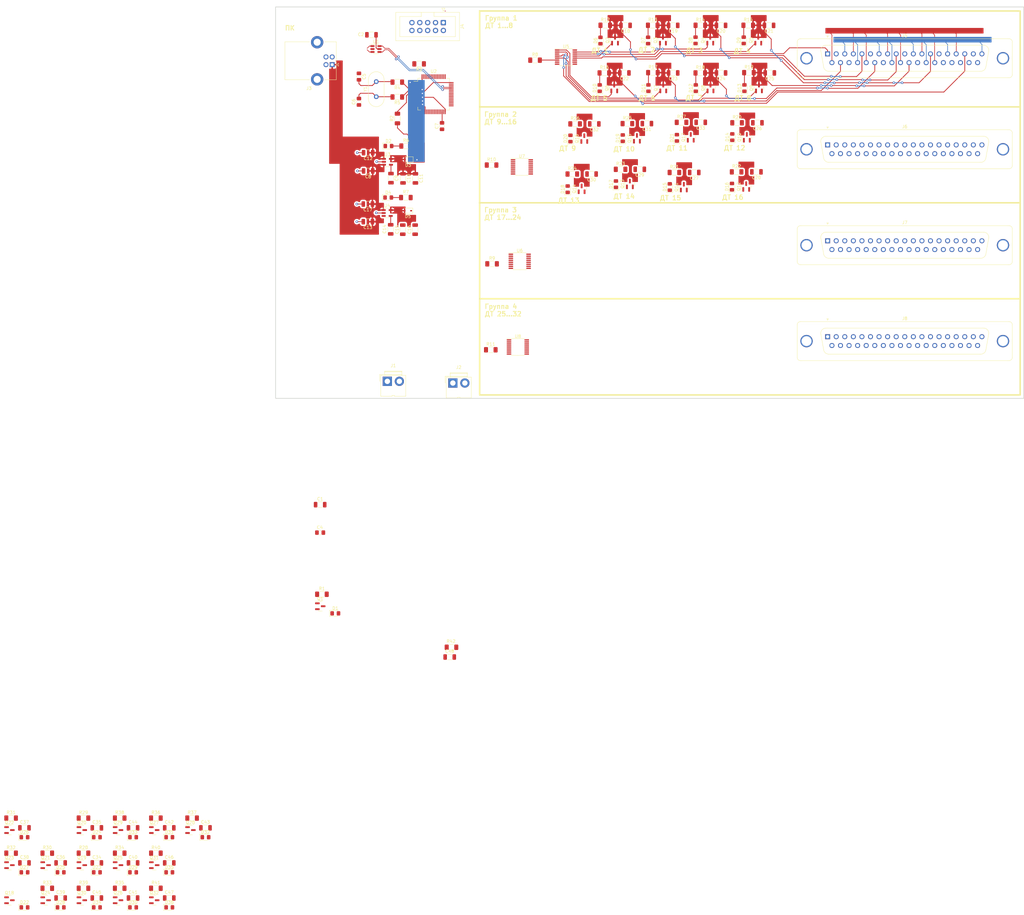
<source format=kicad_pcb>
(kicad_pcb (version 20221018) (generator pcbnew)
  (layers (0 "F.Cu" signal) (31 "B.Cu" signal) (34 "B.Paste" user) (35 "F.Paste" user) (36 "B.SilkS" user "B.Silkscreen") (37 "F.SilkS" user "F.Silkscreen") (38 "B.Mask" user) (39 "F.Mask" user) (44 "Edge.Cuts" user))
  (net 0 "")
  (net 1 "Earth")
  (net 2 "Net-(D3-A)")
  (net 3 "Net-(U3-BYP)")
  (net 4 "Net-(D4-A)")
  (net 5 "Net-(D1-A)")
  (net 6 "Net-(D2-A)")
  (net 7 "/MUX/U_MUX")
  (net 8 "Net-(D5-A)")
  (net 9 "Net-(D6-A)")
  (net 10 "Net-(D7-A)")
  (net 11 "Net-(D8-A)")
  (net 12 "/VOLTMETER_OUT_P")
  (net 13 "/VOLTMETER_OUT_N")
  (net 14 "/Switch_G4/RED_27V_1_CS31")
  (net 15 "/Switch_G1/RED_27V_1_CS1")
  (net 16 "/Switch_G1/RED_27V_1_CS2")
  (net 17 "/Switch_G1/RED_27V_1_CS3")
  (net 18 "/Switch_G1/RED_27V_1_CS4")
  (net 19 "/Switch_G1/RED_27V_1_CS5")
  (net 20 "/Switch_G1/RED_27V_1_CS6")
  (net 21 "/Switch_G1/RED_27V_1_CS7")
  (net 27 "/USB.U")
  (net 28 "RST")
  (net 29 "JTCK_SWCLK")
  (net 30 "JTDO_SWO")
  (net 31 "JTMS_SWDIO")
  (net 32 "JTRST")
  (net 33 "JTDI")
  (net 34 "/USB.D-")
  (net 35 "/USB.D+")
  (net 37 "/MUX/SW_1_5")
  (net 38 "/MUX/SW_1_7")
  (net 39 "/MUX/SW_1_8")
  (net 40 "/MUX/SW_1_6")
  (net 41 "/MUX/SW_1_4")
  (net 42 "/MUX/SW_1_1")
  (net 43 "/MUX/SW_1_2")
  (net 44 "/MUX/SW_1_3")
  (net 45 "/MUX/SW_2_5")
  (net 46 "/MUX/SW_2_7")
  (net 47 "/MUX/SW_2_8")
  (net 48 "/MUX/SW_2_6")
  (net 49 "/MUX/SW_2_4")
  (net 50 "/MUX/SW_2_1")
  (net 51 "/MUX/SW_2_2")
  (net 52 "/MUX/SW_2_3")
  (net 53 "/MUX/SW_3_5")
  (net 54 "/MUX/SW_3_7")
  (net 55 "/MUX/SW_3_8")
  (net 56 "/MUX/SW_3_6")
  (net 57 "/MUX/SW_3_4")
  (net 58 "/MUX/SW_3_1")
  (net 59 "/MUX/SW_3_2")
  (net 60 "/MUX/SW_3_3")
  (net 61 "/MUX/SW_4_5")
  (net 62 "/MUX/SW_4_7")
  (net 63 "/MUX/SW_4_8")
  (net 64 "/MUX/SW_4_6")
  (net 65 "/MUX/SW_4_4")
  (net 66 "/MUX/SW_4_1")
  (net 67 "/MUX/SW_4_2")
  (net 68 "/MUX/SW_4_3")
  (net 69 "Net-(D9-A)")
  (net 70 "Net-(D10-A)")
  (net 71 "Net-(D11-A)")
  (net 72 "Net-(D12-A)")
  (net 73 "Net-(D13-A)")
  (net 74 "Net-(D14-A)")
  (net 75 "Net-(D15-A)")
  (net 76 "Net-(D16-A)")
  (net 77 "Net-(D17-A)")
  (net 78 "Net-(D18-A)")
  (net 79 "Net-(D19-A)")
  (net 80 "Net-(D20-A)")
  (net 81 "/Switch_G1/RED_27V_1_CS8")
  (net 82 "/Switch_G2/RED_27V_1_CS12")
  (net 83 "/Switch_G2/RED_27V_1_CS15")
  (net 84 "/Switch_G2/RED_27V_1_CS16")
  (net 85 "/Switch_G2/RED_27V_1_CS14")
  (net 86 "/Switch_G2/RED_27V_1_CS13")
  (net 87 "/Switch_G2/RED_27V_1_CS10")
  (net 88 "/Switch_G2/RED_27V_1_CS9")
  (net 89 "/Switch_G2/RED_27V_1_CS11")
  (net 90 "/Switch_G3/RED_27V_1_CS21")
  (net 91 "/Switch_G3/RED_27V_1_CS23")
  (net 92 "/Switch_G3/RED_27V_1_CS18")
  (net 93 "/Switch_G3/RED_27V_1_CS24")
  (net 94 "/Switch_G3/RED_27V_1_CS17")
  (net 95 "/Switch_G3/RED_27V_1_CS20")
  (net 96 "/Switch_G3/RED_27V_1_CS19")
  (net 97 "/Switch_G3/RED_27V_1_CS22")
  (net 98 "/Switch_G4/RED_27V_1_CS29")
  (net 99 "/Switch_G4/RED_27V_1_CS25")
  (net 100 "/Switch_G4/RED_27V_1_CS32")
  (net 101 "/Switch_G4/RED_27V_1_CS27")
  (net 102 "/Switch_G4/RED_27V_1_CS30")
  (net 103 "/Switch_G4/RED_27V_1_CS26")
  (net 104 "/Switch_G4/RED_27V_1_CS28")
  (net 105 "/Switch_G1/27V_IN")
  (net 106 "Net-(D21-A)")
  (net 107 "Net-(D22-A)")
  (net 108 "Net-(D23-A)")
  (net 109 "Net-(D24-A)")
  (net 110 "Net-(D25-A)")
  (net 111 "Net-(D26-A)")
  (net 112 "Net-(D27-A)")
  (net 113 "Net-(D28-A)")
  (net 114 "Net-(D29-A)")
  (net 115 "Net-(D30-A)")
  (net 116 "Net-(D31-A)")
  (net 117 "Net-(D32-A)")
  (net 118 "Net-(D33-A)")
  (net 119 "Net-(D34-A)")
  (net 120 "Net-(D35-A)")
  (net 121 "Net-(D36-A)")
  (net 122 "/MCU/MUX_4_E")
  (net 123 "/MCU/MUX_4_S2")
  (net 124 "/MCU/MUX_4_S1")
  (net 125 "/MCU/MUX_4_S0")
  (net 126 "/MCU/MUX_3_E")
  (net 127 "/MCU/MUX_3_S2")
  (net 128 "/MCU/MUX_3_S1")
  (net 129 "/MCU/MUX_3_S0")
  (net 130 "/MCU/E_U_MUX")
  (net 131 "/MCU/MUX_2_E")
  (net 132 "/MCU/MUX_2_S2")
  (net 133 "/MCU/MUX_2_S1")
  (net 134 "/MCU/MUX_2_S0")
  (net 135 "/MCU/MUX_1_E")
  (net 136 "/MCU/MUX_1_S2")
  (net 137 "/MCU/MUX_1_S1")
  (net 138 "/MCU/MUX_1_S0")
  (net 140 "/USBD-")
  (net 141 "/MCU/U_MCU")
  (net 142 "Net-(C5-Pad2)")
  (net 143 "Net-(C6-Pad2)")
  (net 144 "Net-(U2-VCAP_1)")
  (net 145 "Net-(U4-BYP)")
  (net 146 "/USBD+")
  (net 164 "Net-(U2-BOOT0)")
  (net 165 "Net-(U2-PH0)")
  (net 166 "Net-(U2-PH1)")
  (footprint "Package_TO_SOT_SMD:SOT-23" (layer "F.Cu") (at 150.88 72.96 90)
    (fp_text reference "Q15")
    (fp_text value "BSH201")
  )
  (footprint "Capacitor_SMD:C_1206_3216Metric" (layer "F.Cu") (at 189.5 83.8 180)
    (fp_text reference "C28")
    (fp_text value "1uF")
  )
  (footprint "Diode_SMD:D_SOD-323" (layer "F.Cu") (at 76.85 96.35 180)
    (fp_text reference "D5")
    (fp_text value "BAT60A")
  )
  (footprint "Resistor_SMD:R_1206_3216Metric_Pad1.30x1.75mm_HandSolder" (layer "F.Cu") (at 171.383332 36.425)
    (fp_text reference "R14")
    (fp_text value "1.5k")
  )
  (footprint "Capacitor_SMD:C_1206_3216Metric" (layer "F.Cu") (at 189.825 67.9375 180)
    (fp_text reference "C26")
    (fp_text value "1uF")
  )
  (footprint "Resistor_SMD:R_1206_3216Metric_Pad1.30x1.75mm_HandSolder" (layer "F.Cu") (at -39.6925 304.005)
    (fp_text reference "R30")
    (fp_text value "1.5k")
  )
  (footprint "Resistor_SMD:R_1206_3216Metric_Pad1.30x1.75mm_HandSolder" (layer "F.Cu") (at 156.046666 51.725)
    (fp_text reference "R17")
    (fp_text value "1.5k")
  )
  (footprint "LED_SMD:LED_0805_2012Metric_Pad1.15x1.40mm_HandSolder" (layer "F.Cu") (at -35.3575 321.52)
    (fp_text reference "D28")
    (fp_text value "KP-2012MGC")
  )
  (footprint "LED_SMD:LED_0805_2012Metric_Pad1.15x1.40mm_HandSolder" (layer "F.Cu") (at 53.4025 226.495)
    (fp_text reference "D1")
    (fp_text value "KP-2012MGC")
  )
  (footprint "Package_TO_SOT_SMD:SOT-23" (layer "F.Cu") (at 190.325 56.7 90)
    (fp_text reference "Q9")
    (fp_text value "BSH201")
  )
  (footprint "Package_TO_SOT_SMD:SOT-23" (layer "F.Cu") (at -40.2225 307.875)
    (fp_text reference "Q21")
    (fp_text value "BSH201")
  )
  (footprint "Connector_Dsub:DSUB-37_Male_Vertical_P2.77x2.84mm_MountingHoles" (layer "F.Cu") (at 212.52 137.08)
    (fp_text reference "J8")
    (fp_text value "DC37_Plug_MountingHoles")
  )
  (footprint "Package_TO_SOT_SMD:SOT-23" (layer "F.Cu") (at 159.291666 41.2625 90)
    (fp_text reference "Q3")
    (fp_text value "BSH201")
  )
  (footprint "Package_TO_SOT_SMD:SOT-23" (layer "F.Cu") (at 159.391666 56.7 90)
    (fp_text reference "Q7")
    (fp_text value "BSH201")
  )
  (footprint "Package_TO_SOT_SMD:SOT-23-5" (layer "F.Cu") (at 70.1625 97.1)
    (fp_text reference "U4")
    (fp_text value "LD3985M33R_SOT23")
  )
  (footprint "Package_TO_SOT_SMD:SOT-23" (layer "F.Cu") (at -51.9225 319.215)
    (fp_text reference "Q18")
    (fp_text value "BSH201")
  )
  (footprint "Resistor_SMD:R_1206_3216Metric_Pad1.30x1.75mm_HandSolder" (layer "F.Cu") (at -51.3925 292.665)
    (fp_text reference "R31")
    (fp_text value "1.5k")
  )
  (footprint "Capacitor_SMD:C_1206_3216Metric" (layer "F.Cu") (at 63.925 94.2 180)
    (fp_text reference "C17")
    (fp_text value "100nF")
  )
  (footprint "Resistor_SMD:R_1206_3216Metric_Pad1.30x1.75mm_HandSolder" (layer "F.Cu") (at 76.2 92.1)
    (fp_text reference "R7")
    (fp_text value "43")
  )
  (footprint "Resistor_SMD:R_1206_3216Metric_Pad1.30x1.75mm_HandSolder" (layer "F.Cu") (at 147.8 68.2)
    (fp_text reference "R25")
    (fp_text value "1.5k")
  )
  (footprint "Package_TO_SOT_SMD:SOT-23" (layer "F.Cu") (at -5.1225 307.875)
    (fp_text reference "Q31")
    (fp_text value "BSH201")
  )
  (footprint "Package_TO_SOT_SMD:SOT-23" (layer "F.Cu") (at 190.1 41.2625 90)
    (fp_text reference "Q5")
    (fp_text value "BSH201")
  )
  (footprint "Package_TO_SOT_SMD:SOT-23" (layer "F.Cu") (at -5.1225 319.215)
    (fp_text reference "Q32")
    (fp_text value "BSH201")
  )
  (footprint "Capacitor_SMD:C_1206_3216Metric" (layer "F.Cu") (at -11.9725 307.155)
    (fp_text reference "C40")
    (fp_text value "1uF")
  )
  (footprint "Capacitor_SMD:C_1206_3216Metric" (layer "F.Cu") (at 71.3 102.375 90)
    (fp_text reference "C14")
    (fp_text value "10nF")
  )
  (footprint "LED_SMD:LED_0805_2012Metric_Pad1.15x1.40mm_HandSolder" (layer "F.Cu") (at -47.0575 310.18)
    (fp_text reference "D27")
    (fp_text value "KP-2012MGC")
  )
  (footprint "Package_TO_SOT_SMD:SOT-23" (layer "F.Cu") (at 133.01 89.295 90)
    (fp_text reference "Q14")
    (fp_text value "BSH201")
  )
  (footprint "LED_SMD:LED_0805_2012Metric_Pad1.15x1.40mm_HandSolder" (layer "F.Cu") (at 128.5 89.4 90)
    (fp_text reference "D18")
    (fp_text value "KP-2012MGC")
  )
  (footprint "LED_SMD:LED_0805_2012Metric_Pad1.15x1.40mm_HandSolder" (layer "F.Cu") (at -11.9575 321.52)
    (fp_text reference "D30")
    (fp_text value "KP-2012MGC")
  )
  (footprint "Capacitor_SMD:C_0805_2012Metric_Pad1.18x1.45mm_HandSolder" (layer "F.Cu") (at 87.884315 69 90)
    (fp_text reference "C7")
    (fp_text value "4.7uF GRM21BR71C475KA73L")
  )
  (footprint "LED_SMD:LED_0805_2012Metric_Pad1.15x1.40mm_HandSolder" (layer "F.Cu") (at 161.5 88.7 90)
    (fp_text reference "D15")
    (fp_text value "KP-2012MGC")
  )
  (footprint "Capacitor_SMD:C_1206_3216Metric" (layer "F.Cu") (at -23.6725 295.815)
    (fp_text reference "C35")
    (fp_text value "1uF")
  )
  (footprint "Capacitor_SMD:C_1206_3216Metric" (layer "F.Cu") (at -47.0725 295.815)
    (fp_text reference "C37")
    (fp_text value "1uF")
  )
  (footprint "LED_SMD:LED_0805_2012Metric_Pad1.15x1.40mm_HandSolder" (layer "F.Cu") (at 70.5 92.1)
    (fp_text reference "D4")
    (fp_text value "KP-2012MGC")
  )
  (footprint "Connector:JWT_A3963_1x02_P3.96mm_Vertical" (layer "F.Cu") (at 91.3925 152.05)
    (fp_text reference "J2")
    (fp_text value "Conn_01x02_Socket")
  )
  (footprint "Resistor_SMD:R_1206_3216Metric_Pad1.30x1.75mm_HandSolder" (layer "F.Cu") (at 7.1075 292.665)
    (fp_text reference "R37")
    (fp_text value "1.5k")
  )
  (footprint "Capacitor_SMD:C_1206_3216Metric" (layer "F.Cu") (at 154.1 68.2 180)
    (fp_text reference "C31")
    (fp_text value "1uF")
  )
  (footprint "Resistor_SMD:R_1206_3216Metric_Pad1.30x1.75mm_HandSolder" (layer "F.Cu") (at 165.3 67.8)
    (fp_text reference "R27")
    (fp_text value "1.5k")
  )
  (footprint "Package_TO_SOT_SMD:SOT-23" (layer "F.Cu") (at 6.5775 296.535)
    (fp_text reference "Q28")
    (fp_text value "BSH201")
  )
  (footprint "LED_SMD:LED_0805_2012Metric_Pad1.15x1.40mm_HandSolder" (layer "F.Cu") (at -47.0575 298.84)
    (fp_text reference "D26")
    (fp_text value "KP-2012MGC")
  )
  (footprint "Connector_Dsub:DSUB-37_Male_Vertical_P2.77x2.84mm_MountingHoles" (layer "F.Cu") (at 212.52 75.08)
    (fp_text reference "J6")
    (fp_text value "DC37_Plug_MountingHoles")
  )
  (footprint "Capacitor_SMD:C_1206_3216Metric" (layer "F.Cu") (at -23.6725 318.495)
    (fp_text reference "C45")
    (fp_text value "1uF")
  )
  (footprint "Capacitor_SMD:C_1206_3216Metric" (layer "F.Cu") (at 64.009315 83.5 180)
    (fp_text reference "C8")
    (fp_text value "1uF")
  )
  (footprint "LED_SMD:LED_0805_2012Metric_Pad1.15x1.40mm_HandSolder" (layer "F.Cu") (at 185.625 56.725 90)
    (fp_text reference "D13")
    (fp_text value "KP-2012MGC")
  )
  (footprint "Resistor_SMD:R_1206_3216Metric_Pad1.30x1.75mm_HandSolder" (layer "F.Cu") (at 155.991666 36.425)
    (fp_text reference "R13")
    (fp_text value "1.5k")
  )
  (footprint "Package_SO:TSSOP-16_4.4x5mm_P0.65mm" (layer "F.Cu") (at 113 112.7)
    (fp_text reference "U6")
    (fp_text value "74HC4051")
  )
  (footprint "Capacitor_SMD:C_1206_3216Metric" (layer "F.Cu") (at 151.8 82.98 180)
    (fp_text reference "C29")
    (fp_text value "1uF")
  )
  (footprint "Package_TO_SOT_SMD:SOT-23" (layer "F.Cu") (at -40.2225 319.215)
    (fp_text reference "Q24")
    (fp_text value "BSH201")
  )
  (footprint "Capacitor_SMD:C_1206_3216Metric" (layer "F.Cu") (at -11.9725 318.495)
    (fp_text reference "C41")
    (fp_text value "1uF")
  )
  (footprint "Package_TO_SOT_SMD:SOT-23" (layer "F.Cu") (at -16.8225 319.215)
    (fp_text reference "Q26")
    (fp_text value "BSH201")
  )
  (footprint "Package_TO_SOT_SMD:SOT-23" (layer "F.Cu") (at -28.5225 307.875)
    (fp_text reference "Q19")
    (fp_text value "BSH201")
  )
  (footprint "Package_TO_SOT_SMD:SOT-23" (layer "F.Cu") (at 174.583332 41.2625 90)
    (fp_text reference "Q4")
    (fp_text value "BSH201")
  )
  (footprint "Package_TO_SOT_SMD:SOT-23" (layer "F.Cu") (at -16.8225 296.535)
    (fp_text reference "Q29")
    (fp_text value "BSH201")
  )
  (footprint "Capacitor_SMD:C_1206_3216Metric" (layer "F.Cu") (at 79.2 102.475 90)
    (fp_text reference "C16")
    (fp_text value "100nF")
  )
  (footprint "Capacitor_SMD:C_1206_3216Metric" (layer "F.Cu") (at 136.225 84.5 180)
    (fp_text reference "C30")
    (fp_text value "1uF")
  )
  (footprint "Package_TO_SOT_SMD:SOT-23" (layer "F.Cu") (at 148.6 87.7175 90)
    (fp_text reference "Q13")
    (fp_text value "BSH201")
  )
  (footprint "LED_SMD:LED_0805_2012Metric_Pad1.15x1.40mm_HandSolder" (layer "F.Cu") (at -23.6575 298.84)
    (fp_text reference "D24")
    (fp_text value "KP-2012MGC")
  )
  (footprint "Resistor_SMD:R_1206_3216Metric_Pad1.30x1.75mm_HandSolder" (layer "F.Cu") (at -16.2925 315.345)
    (fp_text reference "R35")
    (fp_text value "1.5k")
  )
  (footprint "Package_TO_SOT_SMD:SOT-23" (layer "F.Cu") (at -51.9225 307.875)
    (fp_text reference "Q23")
    (fp_text value "BSH201")
  )
  (footprint "Capacitor_SMD:C_0805_2012Metric_Pad1.18x1.45mm_HandSolder" (layer "F.Cu") (at 48.4975 200.39)
    (fp_text reference "C4")
    (fp_text value "100uF")
  )
  (footprint "Capacitor_SMD:C_1206_3216Metric" (layer "F.Cu") (at 64.009315 77.6 180)
    (fp_text reference "C12")
    (fp_text value "100nF")
  )
  (footprint "Resistor_SMD:R_1206_3216Metric_Pad1.30x1.75mm_HandSolder" (layer "F.Cu") (at 117.951041 47.7)
    (fp_text reference "R8")
    (fp_text value "10k")
  )
  (footprint "Resistor_SMD:R_1206_3216Metric_Pad1.30x1.75mm_HandSolder" (layer "F.Cu") (at 49.0675 220.32)
    (fp_text reference "R1")
    (fp_text value "1.5k")
  )
  (footprint "Capacitor_SMD:C_1206_3216Metric" (layer "F.Cu") (at -35.3725 318.495)
    (fp_text reference "C39")
    (fp_text value "1uF")
  )
  (footprint "Capacitor_SMD:C_0805_2012Metric_Pad1.18x1.45mm_HandSolder" (layer "F.Cu") (at 61.034315 61.1375 90)
    (fp_text reference "C6")
    (fp_text value "20pF")
  )
  (footprint "LED_SMD:LED_0805_2012Metric_Pad1.15x1.40mm_HandSolder" (layer "F.Cu") (at -0.2575 310.18)
    (fp_text reference "D35")
    (fp_text value "KP-2012MGC")
  )
  (footprint "Resistor_SMD:R_1206_3216Metric_Pad1.30x1.75mm_HandSolder" (layer "F.Cu") (at -16.2925 304.005)
    (fp_text reference "R34")
    (fp_text value "1.5k")
  )
  (footprint "Package_TO_SOT_SMD:SOT-23" (layer "F.Cu") (at 143.55 56.7 90)
    (fp_text reference "Q6")
    (fp_text value "BSH201")
  )
  (footprint "Resistor_SMD:R_1206_3216Metric_Pad1.30x1.75mm_HandSolder" (layer "F.Cu") (at -4.5925 315.345)
    (fp_text reference "R41")
    (fp_text value "1.5k")
  )
  (footprint "Capacitor_SMD:C_1206_3216Metric" (layer "F.Cu") (at 162.591666 36.455 180)
    (fp_text reference "C19")
    (fp_text value "1uF")
  )
  (footprint "Package_TO_SOT_SMD:SOT-23" (layer "F.Cu") (at 133.87 73.045 90)
    (fp_text reference "Q16")
    (fp_text value "BSH201")
  )
  (footprint "Resistor_SMD:R_1206_3216Metric_Pad1.30x1.75mm_HandSolder" (layer "F.Cu") (at 80.484315 48.9 180)
    (fp_text reference "R3")
    (fp_text value "10k")
  )
  (footprint "Package_TO_SOT_SMD:SOT-23" (layer "F.Cu") (at 174.658332 56.7 90)
    (fp_text reference "Q8")
    (fp_text value "BSH201")
  )
  (footprint "Connector_Dsub:DSUB-37_Male_Vertical_P2.77x2.84mm_MountingHoles" (layer "F.Cu") (at 212.52 106.08)
    (fp_text reference "J7")
    (fp_text value "DC37_Plug_MountingHoles")
  )
  (footprint "Package_TO_SOT_SMD:SOT-23-6" (layer "F.Cu") (at 66.546815 44.1)
    (fp_text reference "U1")
    (fp_text value "USBLC6-2SC6")
  )
  (footprint "LED_SMD:LED_0805_2012Metric_Pad1.15x1.40mm_HandSolder" (layer "F.Cu") (at 163.8 72.8 90)
    (fp_text reference "D21")
    (fp_text value "KP-2012MGC")
  )
  (footprint "Resistor_SMD:R_1206_3216Metric_Pad1.30x1.75mm_HandSolder" (layer "F.Cu") (at 171.363332 51.825)
    (fp_text reference "R18")
    (fp_text value "1.5k")
  )
  (footprint "LED_SMD:LED_0805_2012Metric_Pad1.15x1.40mm_HandSolder" (layer "F.Cu") (at -11.9575 310.18)
    (fp_text reference "D29")
    (fp_text value "KP-2012MGC")
  )
  (footprint "LED_SMD:LED_0805_2012Metric_Pad1.15x1.40mm_HandSolder" (layer "F.Cu") (at -0.2575 321.52)
    (fp_text reference "D36")
    (fp_text value "KP-2012MGC")
  )
  (footprint "Capacitor_SMD:C_1206_3216Metric" (layer "F.Cu") (at 137.1 68.3 180)
    (fp_text reference "C32")
    (fp_text value "1uF")
  )
  (footprint "Capacitor_SMD:C_1206_3216Metric" (layer "F.Cu") (at 79.284315 85.9 -90)
    (fp_text reference "C11")
    (fp_text value "100nF")
  )
  (footprint "LED_SMD:LED_0805_2012Metric_Pad1.15x1.40mm_HandSolder" (layer "F.Cu") (at 154.491666 41.325 90)
    (fp_text reference "D7")
    (fp_text value "KP-2012MGC")
  )
  (footprint "Package_TO_SOT_SMD:SOT-23" (layer "F.Cu") (at -51.9225 296.535)
    (fp_text reference "Q22")
    (fp_text value "BSH201")
  )
  (footprint "Resistor_SMD:R_1206_3216Metric_Pad1.30x1.75mm_HandSolder" (layer "F.Cu") (at -27.9925 304.005)
    (fp_text reference "R28")
    (fp_text value "1.5k")
  )
  (footprint "Diode_SMD:D_SOD-323" (layer "F.Cu") (at 76.934315 79.8 180)
    (fp_text reference "D3")
    (fp_text value "BAT60A")
  )
  (footprint "Capacitor_SMD:C_1206_3216Metric" (layer "F.Cu") (at -23.6725 307.155)
    (fp_text reference "C34")
    (fp_text value "1uF")
  )
  (footprint "Package_TO_SOT_SMD:SOT-23" (layer "F.Cu") (at 168.28 72.64 90)
    (fp_text reference "Q17")
    (fp_text value "BSH201")
  )
  (footprint "Capacitor_SMD:C_1206_3216Metric" (layer "F.Cu") (at 90.375 240.6)
    (fp_text reference "C48")
    (fp_text value "1uF")
  )
  (footprint "LED_SMD:LED_0805_2012Metric_Pad1.15x1.40mm_HandSolder" (layer "F.Cu") (at 129.4 73 90)
    (fp_text reference "D20")
    (fp_text value "KP-2012MGC")
  )
  (footprint "LED_SMD:LED_0805_2012Metric_Pad1.15x1.40mm_HandSolder" (layer "F.Cu") (at 144.1 87.78 90)
    (fp_text reference "D17")
    (fp_text value "KP-2012MGC")
  )
  (footprint "Package_TO_SOT_SMD:SOT-23" (layer "F.Cu") (at -16.8225 307.875)
    (fp_text reference "Q25")
    (fp_text value "BSH201")
  )
  (footprint "Capacitor_SMD:C_1206_3216Metric" (layer "F.Cu") (at 11.4275 295.815)
    (fp_text reference "C43")
    (fp_text value "1uF")
  )
  (footprint "LED_SMD:LED_0805_2012Metric_Pad1.15x1.40mm_HandSolder" (layer "F.Cu") (at -23.6575 310.18)
    (fp_text reference "D23")
    (fp_text value "KP-2012MGC")
  )
  (footprint "Resistor_SMD:R_1206_3216Metric_Pad1.30x1.75mm_HandSolder" (layer "F.Cu") (at 73.484315 66.55 90)
    (fp_text reference "R2")
    (fp_text value "10k")
  )
  (footprint "Capacitor_SMD:C_1206_3216Metric" (layer "F.Cu") (at 147.2 36.455 180)
    (fp_text reference "C18")
    (fp_text value "1uF")
  )
  (footprint "Capacitor_SMD:C_1206_3216Metric" (layer "F.Cu") (at 63.925 99.9 180)
    (fp_text reference "C13")
    (fp_text value "1uF")
  )
  (footprint "Crystal:Crystal_HC49-U_Vertical" (layer "F.Cu") (at 66.634315 59.5175 90)
    (fp_text reference "Y1")
    (fp_text value "Crystal")
  )
  (footprint "Package_SO:TSSOP-16_4.4x5mm_P0.65mm" (layer "F.Cu") (at 112.4 140.4)
    (fp_text reference "U8")
    (fp_text value "74HC4051")
  )
  (footprint "LED_SMD:LED_0805_2012Metric_Pad1.15x1.40mm_HandSolder" (layer "F.Cu") (at 138.85 56.725 90)
    (fp_text reference "D10")
    (fp_text value "KP-2012MGC")
  )
  (footprint "Resistor_SMD:R_1206_3216Metric_Pad1.30x1.75mm_HandSolder" (layer "F.Cu") (at 183.1 83.8)
    (fp_text reference "R22")
    (fp_text value "1.5k")
  )
  (footprint "Resistor_SMD:R_1206_3216Metric_Pad1.30x1.75mm_HandSolder" (layer "F.Cu") (at 163 84)
    (fp_text reference "R21")
    (fp_text value "1.5k")
  )
  (footprint "LED_SMD:LED_0805_2012Metric_Pad1.15x1.40mm_HandSolder" (layer "F.Cu") (at 11.4425 298.84)
    (fp_text reference "D32")
    (fp_text value "KP-2012MGC")
  )
  (footprint "Resistor_SMD:R_1206_3216Metric_Pad1.30x1.75mm_HandSolder" (layer "F.Cu") (at 187.08 51.725)
    (fp_text reference "R19")
    (fp_text value "1.5k")
  )
  (footprint "Resistor_SMD:R_1206_3216Metric_Pad1.30x1.75mm_HandSolder" (layer "F.Cu") (at 104.0625 113.525)
    (fp_text reference "R9")
    (fp_text value "10k")
  )
  (footprint "Resistor_SMD:R_1206_3216Metric_Pad1.30x1.75mm_HandSolder" (layer "F.Cu") (at 130.9 68.3)
    (fp_text reference "R26")
    (fp_text value "1.5k")
  )
  (footprint "LED_SMD:LED_0805_2012Metric_Pad1.15x1.40mm_HandSolder" (layer "F.Cu") (at 181.7 72.5625 90)
    (fp_text reference "D14")
    (fp_text value "KP-2012MGC")
  )
  (footprint "Capacitor_SMD:C_1206_3216Metric" (layer "F.Cu") (at 71.384315 85.825 -90)
    (fp_text reference "C9")
    (fp_text value "10nF")
  )
  (footprint "Resistor_SMD:R_1206_3216Metric_Pad1.30x1.75mm_HandSolder" (layer "F.Cu") (at 73.434315 54.8 180)
    (fp_text reference "R4")
    (fp_text value "0")
  )
  (footprint "Resistor_SMD:R_1206_3216Metric_Pad1.30x1.75mm_HandSolder" (layer "F.Cu") (at 186.85 36.425)
    (fp_text reference "R15")
    (fp_text value "1.5k")
  )
  (footprint "LED_SMD:LED_0805_2012Metric_Pad1.15x1.40mm_HandSolder" (layer "F.Cu") (at -23.6575 321.52)
    (fp_text reference "D34")
    (fp_text value "KP-2012MGC")
  )
  (footprint "Capacitor_SMD:C_1206_3216Metric" (layer "F.Cu") (at 171.5 67.8 180)
    (fp_text reference "C33")
    (fp_text value "1uF")
  )
  (footprint "Package_TO_SOT_SMD:SOT-23" (layer "F.Cu") (at 186.4 72.6375 90)
    (fp_text reference "Q10")
    (fp_text value "BSH201")
  )
  (footprint "Package_TO_SOT_SMD:SOT-23" (layer "F.Cu") (at -28.5225 296.535)
    (fp_text reference "Q20")
    (fp_text value "BSH201")
  )
  (footprint "Resistor_SMD:R_1206_3216Metric_Pad1.30x1.75mm_HandSolder" (layer "F.Cu") (at 183.25 67.9375)
    (fp_text reference "R20")
    (fp_text value "1.5k")
  )
  (footprint "Resistor_SMD:R_1206_3216Metric_Pad1.30x1.75mm_HandSolder" (layer "F.Cu") (at 145.6 82.98)
    (fp_text reference "R23")
    (fp_text value "1.5k")
  )
  (footprint "Resistor_SMD:R_1206_3216Metric_Pad1.30x1.75mm_HandSolder" (layer "F.Cu") (at 140.35 51.825)
    (fp_text reference "R16")
    (fp_text value "1.5k")
  )
  (footprint "Connector_IDC:IDC-Header_2x05_P2.54mm_Vertical" (layer "F.Cu") (at 88.324315 35.56 -90)
    (fp_text reference "J4")
    (fp_text value "Conn_02x05_Odd_Even")
  )
  (footprint "LED_SMD:LED_0805_2012Metric_Pad1.15x1.40mm_HandSolder" (layer "F.Cu") (at 185.4 41.2875 90)
    (fp_text reference "D9")
    (fp_text value "KP-2012MGC")
  )
  (footprint "LED_SMD:LED_0805_2012Metric_Pad1.15x1.40mm_HandSolder" (layer "F.Cu") (at 146.3 72.9 90)
    (fp_text reference "D19")
    (fp_text value "KP-2012MGC")
  )
  (footprint "Package_TO_SOT_SMD:SOT-23" (layer "F.Cu") (at 143.8 41.2625 90)
    (fp_text reference "Q2")
    (fp_text value "BSH201")
  )
  (footprint "Capacitor_SMD:C_1206_3216Metric" (layer "F.Cu") (at 48.4975 191.36)
    (fp_text reference "C1")
    (fp_text value "1uF")
  )
  (footprint "LED_SMD:LED_0805_2012Metric_Pad1.15x1.40mm_HandSolder" (layer "F.Cu") (at 169.908332 56.725 90)
    (fp_text reference "D12")
    (fp_text value "KP-2012MGC")
  )
  (footprint "Package_SO:TSSOP-16_4.4x5mm_P0.65mm" (layer "F.Cu") (at 113.7 82.2)
    (fp_text reference "U7")
    (fp_text value "74HC4051")
  )
  (footprint "LED_SMD:LED_0805_2012Metric_Pad1.15x1.40mm_HandSolder" (layer "F.Cu") (at -35.3575 310.18)
    (fp_text reference "D25")
    (fp_text value "KP-2012MGC")
  )
  (footprint "LED_SMD:LED_0805_2012Metric_Pad1.15x1.40mm_HandSolder" (layer "F.Cu") (at 181.6 88.575 90)
    (fp_text reference "D16")
    (fp_text value "KP-2012MGC")
  )
  (footprint "Capacitor_SMD:C_1206_3216Metric" (layer "F.Cu") (at 146.825 51.825 180)
    (fp_text reference "C22")
    (fp_text value "1uF")
  )
  (footprint "Capacitor_SMD:C_1206_3216Metric" (layer "F.Cu") (at 169.4 84 180)
    (fp_text reference "C27")
    (fp_text value "1uF")
  )
  (footprint "Resistor_SMD:R_1206_3216Metric_Pad1.30x1.75mm_HandSolder" (layer "F.Cu") (at -16.2925 292.665)
    (fp_text reference "R38")
    (fp_text value "1.5k")
  )
  (footprint "Resistor_SMD:R_1206_3216Metric_Pad1.30x1.75mm_HandSolder" (layer "F.Cu") (at 103.65 141.3)
    (fp_text reference "R11")
    (fp_text value "10k")
  )
  (footprint "Package_SO:TSSOP-16_4.4x5mm_P0.65mm" (layer "F.Cu") (at 127.951041 46.7)
    (fp_text reference "U5")
    (fp_text value "74HC4051")
  )
  (footprint "Package_TO_SOT_SMD:SOT-23-5" (layer "F.Cu") (at 70.246815 80.55)
    (fp_text reference "U3")
    (fp_text value "LD3985M33R_SOT23")
  )
  (footprint "Capacitor_SMD:C_1206_3216Metric" (layer "F.Cu") (at 178.058332 36.455 180)
    (fp_text reference "C20")
    (fp_text value "1uF")
  )
  (footprint "LED_SMD:LED_0805_2012Metric_Pad1.15x1.40mm_HandSolder" (layer "F.Cu") (at 169.833332 41.2875 90)
    (fp_text reference "D8")
    (fp_text value "KP-2012MGC")
  )
  (footprint "Capacitor_SMD:C_1206_3216Metric" (layer "F.Cu") (at 75.2 102.475 90)
    (fp_text reference "C15")
    (fp_text value "1uF")
  )
  (footprint "Connector:JWT_A3963_1x02_P3.96mm_Vertical" (layer "F.Cu") (at 70.22 151.5)
    (fp_text reference "J1")
    (fp_text value "Conn_01x02_Socket")
  )
  (footprint "Capacitor_SMD:C_1206_3216Metric" (layer "F.Cu") (at 193.825 51.825 180)
    (fp_text reference "C25")
    (fp_text value "1uF")
  )
  (footprint "Package_TO_SOT_SMD:SOT-23" (layer "F.Cu") (at 166.04 88.725 90)
    (fp_text reference "Q11")
    (fp_text value "BSH201")
  )
  (footprint "Resistor_SMD:R_1206_3216Metric_Pad1.30x1.75mm_HandSolder" (layer "F.Cu") (at 73.434315 59.6 180)
    (fp_text reference "R5")
    (fp_text value "0")
  )
  (footprint "LED_SMD:LED_0805_2012Metric_Pad1.15x1.40mm_HandSolder" (layer "F.Cu") (at 139.1 41.3625 90)
    (fp_text reference "D6")
    (fp_text value "KP-2012MGC")
  )
  (footprint "LED_SMD:LED_0805_2012Metric_Pad1.15x1.40mm_HandSolder" (layer "F.Cu") (at -11.9575 298.84)
    (fp_text reference "D33")
    (fp_text value "KP-2012MGC")
  )
  (footprint "Resistor_SMD:R_1206_3216Metric_Pad1.30x1.75mm_HandSolder" (layer "F.Cu") (at 90.945 237.45)
    (fp_text reference "R42")
    (fp_text value "1.5k")
  )
  (footprint "LED_SMD:LED_0805_2012Metric_Pad1.15x1.40mm_HandSolder" (layer "F.Cu") (at -0.2575 298.84)
    (fp_text reference "D31")
    (fp_text value "KP-2012MGC")
  )
  (footprint "Capacitor_SMD:C_1206_3216Metric" (layer "F.Cu") (at -11.9725 295.815)
    (fp_text reference "C44")
    (fp_text value "1uF")
  )
  (footprint "Capacitor_SMD:C_1206_3216Metric" (layer "F.Cu") (at -0.2725 307.155)
    (fp_text reference "C46")
    (fp_text value "1uF")
  )
  (footprint "Capacitor_SMD:C_1206_3216Metric" (layer "F.Cu") (at -0.2725 295.815)
    (fp_text reference "C42")
    (fp_text value "1uF")
  )
  (footprint "Capacitor_SMD:C_0805_2012Metric_Pad1.18x1.45mm_HandSolder" (layer "F.Cu") (at 61.034315 52.9975 -90)
    (fp_text reference "C5")
    (fp_text value "20pF")
  )
  (footprint "Package_QFP:LQFP-64_10x10mm_P0.5mm" (layer "F.Cu") (at 85.184315 58.7)
    (fp_text reference "U2")
    (fp_text value "STM32F446RETx")
  )
  (footprint "Package_TO_SOT_SMD:SOT-23" (layer "F.Cu") (at -28.5225 319.215)
    (fp_text reference "Q30")
    (fp_text value "BSH201")
  )
  (footprint "Connector_USB:USB_B_Lumberg_2411_02_Horizontal" (layer "F.Cu") (at 52.3875 49.15 180)
    (fp_text reference "J3")
    (fp_text value "USB_B")
  )
  (footprint "Resistor_SMD:R_1206_3216Metric_Pad1.30x1.75mm_HandSolder" (layer "F.Cu") (at -4.5925 304.005)
    (fp_text reference "R40")
    (fp_text value "1.5k")
  )
  (footprint "Capacitor_SMD:C_1206_3216Metric" (layer "F.Cu") (at 65.084315 39.5 180)
    (fp_text reference "C2")
    (fp_text value "100nF")
  )
  (footprint "Package_TO_SOT_SMD:SOT-23" (layer "F.Cu") (at -5.1225 296.535)
    (fp_text reference "Q27")
    (fp_text value "BSH201")
  )
  (footprint "LED_SMD:LED_0805_2012Metric_Pad1.15x1.40mm_HandSolder" (layer "F.Cu") (at -47.0575 321.52)
    (fp_text reference "D22")
    (fp_text value "KP-2012MGC")
  )
  (footprint "LED_SMD:LED_0805_2012Metric_Pad1.15x1.40mm_HandSolder" (layer "F.Cu") (at 154.591666 56.725 90)
    (fp_text reference "D11")
    (fp_text value "KP-2012MGC")
  )
  (footprint "Capacitor_SMD:C_1206_3216Metric" (layer "F.Cu") (at 162.591666 51.825 180)
    (fp_text reference "C23")
    (fp_text value "1uF")
  )
  (footprint "Capacitor_SMD:C_1206_3216Metric" (layer "F.Cu") (at -0.2725 318.495)
    (fp_text reference "C47")
    (fp_text value "1uF")
  )
  (footprint "Resistor_SMD:R_1206_3216Metric_Pad1.30x1.75mm_HandSolder" (layer "F.Cu") (at 103.9 81.6)
    (fp_text reference "R10")
    (fp_text value "10k")
  )
  (footprint "Resistor_SMD:R_1206_3216Metric_Pad1.30x1.75mm_HandSolder" (layer "F.Cu") (at 140.65 36.425)
    (fp_text reference "R12")
    (fp_text value "1.5k")
  )
  (footprint "Resistor_SMD:R_1206_3216Metric_Pad1.30x1.75mm_HandSolder" (layer "F.Cu") (at -27.9925 315.345)
    (fp_text reference "R39")
    (fp_text value "1.5k")
  )
  (footprint "Resistor_SMD:R_1206_3216Metric_Pad1.30x1.75mm_HandSolder" (layer "F.Cu") (at -4.5925 292.665)
    (fp_text reference "R36")
    (fp_text value "1.5k")
  )
  (footprint "Resistor_SMD:R_1206_3216Metric_Pad1.30x1.75mm_HandSolder" (layer "F.Cu") (at 76.284315 75.45)
    (fp_text reference "R6")
    (fp_text value "43")
  )
  (footprint "Connector_Dsub:DSUB-37_Male_Vertical_P2.77x2.84mm_MountingHoles" (layer "F.Cu") (at 212.52 45.66)
    (fp_text reference "J5")
    (fp_text value "DC37_Plug_MountingHoles")
  )
  (footprint "Capacitor_SMD:C_1206_3216Metric" (layer "F.Cu") (at -47.0725 307.155)
    (fp_text reference "C38")
    (fp_text value "1uF")
  )
  (footprint "Capacitor_SMD:C_1206_3216Metric" (layer "F.Cu") (at -35.3725 307.155)
    (fp_text reference "C36")
    (fp_text value "1uF")
  )
  (footprint "Resistor_SMD:R_1206_3216Metric_Pad1.30x1.75mm_HandSolder" (layer "F.Cu") (at -51.3925 304.005)
    (fp_text reference "R32")
    (fp_text value "1.5k")
  )
  (footprint "Capacitor_SMD:C_1206_3216Metric" (layer "F.Cu") (at 75.284315 85.9 -90)
    (fp_text reference "C10")
    (fp_text value "1uF")
  )
  (footprint "Capacitor_SMD:C_1206_3216Metric" (layer "F.Cu") (at 178.058332 51.825 180)
    (fp_text reference "C24")
    (fp_text value "1uF")
  )
  (footprint "Package_TO_SOT_SMD:SOT-23" (layer "F.Cu") (at 186.2 88.5375 90)
    (fp_text reference "Q12")
    (fp_text value "BSH201")
  )
  (footprint "Resistor_SMD:R_1206_3216Metric_Pad1.30x1.75mm_HandSolder" (layer "F.Cu") (at -39.6925 315.345)
    (fp_text reference "R33")
    (fp_text value "1.5k")
  )
  (footprint "Resistor_SMD:R_1206_3216Metric_Pad1.30x1.75mm_HandSolder" (layer "F.Cu") (at -27.9925 292.665)
    (fp_text reference "R29")
    (fp_text value "1.5k")
  )
  (footprint "Resistor_SMD:R_1206_3216Metric_Pad1.30x1.75mm_HandSolder" (layer "F.Cu") (at 130 84.5)
    (fp_text reference "R24")
    (fp_text value "1.5k")
  )
  (footprint "Capacitor_SMD:C_1206_3216Metric" (layer "F.Cu") (at 193.575 36.455 180)
    (fp_text reference "C21")
    (fp_text value "1uF")
  )
  (footprint "Package_TO_SOT_SMD:SOT-23" (layer "F.Cu") (at 48.5375 224.19)
    (fp_text reference "Q1")
    (fp_text value "BSH201")
  )
  (footprint "LED_SMD:LED_0805_2012Metric_Pad1.15x1.40mm_HandSolder" (layer "F.Cu") (at 70.584315 75.45)
    (fp_text reference "D2")
    (fp_text value "KP-2012MGC")
  )
  (gr_line locked (start 100.1 62.8) (end 274.7 62.8) (stroke (width 0.5)) (layer "F.SilkS"))
  (gr_line locked (start 100 93.8) (end 274.7 93.8) (stroke (width 0.5)) (layer "F.SilkS"))
  (gr_rect locked (start 100.05 31.8) (end 274.75 155.9) (stroke (width 0.5)) (fill none) (layer "F.SilkS"))
  (gr_line locked (start 100.1 124.8) (end 274.7 124.8) (stroke (width 0.5)) (layer "F.SilkS"))
  (gr_rect (start 34.1 30.5) (end 275.9 157) (stroke (width 0.2)) (fill none) (layer "Edge.Cuts"))
  (gr_text "ДТ 3" (at 166.508332 45.455) (layer "F.SilkS") (effects (font (size 1.5 1.5) (thickness 0.3) bold) (justify left bottom)))
  (gr_text "ДТ 16" (at 178.2 92.9) (layer "F.SilkS") (effects (font (size 1.5 1.5) (thickness 0.3) bold) (justify left bottom)))
  (gr_text "Группа 2\nДТ 9...16" (at 101.4 68.5) (layer "F.SilkS") (effects (font (size 1.5 1.5) (thickness 0.3) bold) (justify left bottom)))
  (gr_text "ДТ 14" (at 143.1 92.58) (layer "F.SilkS") (effects (font (size 1.5 1.5) (thickness 0.3) bold) (justify left bottom)))
  (gr_text "ДТ 9" (at 125.525 77.1) (layer "F.SilkS") (effects (font (size 1.5 1.5) (thickness 0.3) bold) (justify left bottom)))
  (gr_text "ДТ 10" (at 143.1 77.3) (layer "F.SilkS") (effects (font (size 1.5 1.5) (thickness 0.3) bold) (justify left bottom)))
  (gr_text "ПК" (at 36.984315 38.2) (layer "F.SilkS") (effects (font (size 1.5 1.5) (thickness 0.3) bold) (justify left bottom)))
  (gr_text "ДТ 5" (at 135.725 60.855) (layer "F.SilkS") (effects (font (size 1.5 1.5) (thickness 0.3) bold) (justify left bottom)))
  (gr_text "Группа 4\nДТ 25...32" (at 101.5 130.6) (layer "F.SilkS") (effects (font (size 1.5 1.5) (thickness 0.3) bold) (justify left bottom)))
  (gr_text "ДТ 4" (at 181.975 45.655) (layer "F.SilkS") (effects (font (size 1.5 1.5) (thickness 0.3) bold) (justify left bottom)))
  (gr_text "ДТ 7" (at 166.383332 60.755) (layer "F.SilkS") (effects (font (size 1.5 1.5) (thickness 0.3) bold) (justify left bottom)))
  (gr_text "Группа 1\nДТ 1...8" (at 101.6 37.4) (layer "F.SilkS") (effects (font (size 1.5 1.5) (thickness 0.3) bold) (justify left bottom)))
  (gr_text "ДТ 8" (at 182.2 60.855) (layer "F.SilkS") (effects (font (size 1.5 1.5) (thickness 0.3) bold) (justify left bottom)))
  (gr_text "ДТ 1" (at 135.975 45.455) (layer "F.SilkS") (effects (font (size 1.5 1.5) (thickness 0.3) bold) (justify left bottom)))
  (gr_text "Группа 3\nДТ 17...24" (at 101.4 99.4) (layer "F.SilkS") (effects (font (size 1.5 1.5) (thickness 0.3) bold) (justify left bottom)))
  (gr_text "ДТ 15" (at 158.075 93.1) (layer "F.SilkS") (effects (font (size 1.5 1.5) (thickness 0.3) bold) (justify left bottom)))
  (gr_text "ДТ 12" (at 178.8 76.9375) (layer "F.SilkS") (effects (font (size 1.5 1.5) (thickness 0.3) bold) (justify left bottom)))
  (gr_text "ДТ 13" (at 125.2 93.9) (layer "F.SilkS") (effects (font (size 1.5 1.5) (thickness 0.3) bold) (justify left bottom)))
  (gr_text "ДТ 6" (at 151.216666 60.855) (layer "F.SilkS") (effects (font (size 1.5 1.5) (thickness 0.3) bold) (justify left bottom)))
  (gr_text "ДТ 2" (at 151.116666 45.255) (layer "F.SilkS") (effects (font (size 1.5 1.5) (thickness 0.3) bold) (justify left bottom)))
  (gr_text "ДТ 11" (at 160.2 77) (layer "F.SilkS") (effects (font (size 1.5 1.5) (thickness 0.3) bold) (justify left bottom)))
  (segment (start 62.4 99.9) (end 60.35 99.9) (width 0.25) (layer "F.Cu") (net 1))
  (segment (start 68.9375 97.1) (end 66.6625 97.1) (width 0.25) (layer "F.Cu") (net 1))
  (segment (start 66.834315 80.55) (end 66.784315 80.5) (width 0.25) (layer "F.Cu") (net 1))
  (segment (start 69.109315 80.55) (end 66.834315 80.55) (width 0.25) (layer "F.Cu") (net 1))
  (segment (start 62.609315 83.5) (end 60.559315 83.5) (width 0.25) (layer "F.Cu") (net 1))
  (segment (start 62.4 94.2) (end 60.35 94.2) (width 0.25) (layer "F.Cu") (net 1))
  (segment (start 62.534315 77.6) (end 60.484315 77.6) (width 0.25) (layer "F.Cu") (net 1))
  (via (at 60.484315 77.6) (size 0.8) (drill 0.4) (layers "F.Cu" "B.Cu") (net 1))
  (via (at 66.6125 97.05) (size 0.8) (drill 0.4) (layers "F.Cu" "B.Cu") (net 1))
  (via (at 60.559315 83.5) (size 0.8) (drill 0.4) (layers "F.Cu" "B.Cu") (net 1))
  (via (at 60.35 94.2) (size 0.8) (drill 0.4) (layers "F.Cu" "B.Cu") (net 1))
  (via (at 60.35 99.9) (size 0.8) (drill 0.4) (layers "F.Cu" "B.Cu") (net 1))
  (via (at 66.784315 80.5) (size 0.8) (drill 0.4) (layers "F.Cu" "B.Cu") (net 1))
  (segment (start 71.384315 81.5) (end 71.384315 84.35) (width 0.25) (layer "F.Cu") (net 3))
  (segment (start 74.725 92.1) (end 71.6 92.1) (width 0.25) (layer "F.Cu") (net 4))
  (segment (start 74.734315 75.45) (end 71.609315 75.45) (width 0.25) (layer "F.Cu") (net 6))
  (segment (start 139.1 40.3375) (end 139.1 36.425) (width 0.25) (layer "F.Cu") (net 9))
  (segment (start 154.491666 40.3) (end 154.491666 36.475) (width 0.25) (layer "F.Cu") (net 10))
  (segment (start 154.491666 36.475) (end 154.441666 36.425) (width 0.25) (layer "F.Cu") (net 10))
  (segment (start 169.833332 40.2625) (end 169.833332 36.425) (width 0.25) (layer "F.Cu") (net 11))
  (segment (start 218.06 42.54) (end 216.4 40.88) (width 0.2) (layer "B.Cu") (net 12))
  (segment (start 233.3 48.585) (end 233.3 42.78) (width 0.2) (layer "B.Cu") (net 12))
  (segment (start 233.3 42.78) (end 231.485 40.965) (width 0.2) (layer "B.Cu") (net 12))
  (segment (start 244.4 42.68) (end 242.585 40.865) (width 0.2) (layer "B.Cu") (net 12))
  (segment (start 262.4 45.74) (end 262.4 42.62) (width 0.2) (layer "B.Cu") (net 12))
  (segment (start 222.215 42.695) (end 220.4 40.88) (width 0.2) (layer "B.Cu") (net 12))
  (segment (start 262.4 42.62) (end 260.74 40.96) (width 0.2) (layer "B.Cu") (net 12))
  (segment (start 218.06 45.66) (end 218.06 42.54) (width 0.2) (layer "B.Cu") (net 12))
  (segment (start 229.2 42.62) (end 227.54 40.96) (width 0.2) (layer "B.Cu") (net 12))
  (segment (start 222.215 48.5) (end 222.215 42.695) (width 0.2) (layer "B.Cu") (net 12))
  (segment (start 229.2 45.74) (end 229.2 42.62) (width 0.2) (layer "B.Cu") (net 12))
  (segment (start 251.3 45.74) (end 251.3 42.62) (width 0.2) (layer "B.Cu") (net 12))
  (segment (start 240.2 42.52) (end 238.54 40.86) (width 0.2) (layer "B.Cu") (net 12))
  (segment (start 240.2 45.64) (end 240.2 42.52) (width 0.2) (layer "B.Cu") (net 12))
  (segment (start 251.3 42.62) (end 249.64 40.96) (width 0.2) (layer "B.Cu") (net 12))
  (segment (start 244.4 48.485) (end 244.4 42.68) (width 0.2) (layer "B.Cu") (net 12))
  (segment (start 254.1 45.705) (end 254.1 39.255) (width 0.2) (layer "F.Cu") (net 13))
  (segment (start 236.1 48.5875) (end 236.1 39.5725) (width 0.2) (layer "F.Cu") (net 13))
  (segment (start 247.1 39.5725) (end 245.795 38.2675) (width 0.2) (layer "F.Cu") (net 13))
  (segment (start 243 39.255) (end 241.57 37.825) (width 0.2) (layer "F.Cu") (net 13))
  (segment (start 213.905 39.485) (end 212.6 38.18) (width 0.2) (layer "F.Cu") (net 13))
  (segment (start 247.1 48.5875) (end 247.1 39.5725) (width 0.2) (layer "F.Cu") (net 13))
  (segment (start 225 39.5725) (end 223.695 38.2675) (width 0.2) (layer "F.Cu") (net 13))
  (segment (start 231.9 45.705) (end 231.9 39.255) (width 0.2) (layer "F.Cu") (net 13))
  (segment (start 220.83 39.21) (end 219.4 37.78) (width 0.2) (layer "F.Cu") (net 13))
  (segment (start 236.1 39.5725) (end 234.795 38.2675) (width 0.2) (layer "F.Cu") (net 13))
  (segment (start 231.9 39.255) (end 230.47 37.825) (width 0.2) (layer "F.Cu") (net 13))
  (segment (start 213.905 48.5) (end 213.905 39.485) (width 0.2) (layer "F.Cu") (net 13))
  (segment (start 220.83 45.66) (end 220.83 39.21) (width 0.2) (layer "F.Cu") (net 13))
  (segment (start 243 45.705) (end 243 39.255) (width 0.2) (layer "F.Cu") (net 13))
  (segment (start 254.1 39.255) (end 252.67 37.825) (width 0.2) (layer "F.Cu") (net 13))
  (segment (start 225 48.5875) (end 225 39.5725) (width 0.2) (layer "F.Cu") (net 13))
  (segment (start 157.1755 47.3245) (end 158.9 45.6) (width 0.25) (layer "F.Cu") (net 15))
  (segment (start 150.6 47.3245) (end 157.1755 47.3245) (width 0.25) (layer "F.Cu") (net 15))
  (segment (start 158.9 45.6) (end 198.3 45.6) (width 0.25) (layer "F.Cu") (net 15))
  (segment (start 148.8 41.8) (end 148.8 44.3) (width 0.25) (layer "F.Cu") (net 15))
  (segment (start 211.7 43.7) (end 212.52 44.52) (width 0.25) (layer "F.Cu") (net 15))
  (segment (start 147.1 40.1) (end 148.8 41.8) (width 0.25) (layer "F.Cu") (net 15))
  (segment (start 200.2 43.7) (end 211.7 43.7) (width 0.25) (layer "F.Cu") (net 15))
  (segment (start 145.725 38.725) (end 147.1 40.1) (width 0.25) (layer "F.Cu") (net 15))
  (segment (start 212.52 44.52) (end 212.52 45.66) (width 0.25) (layer "F.Cu") (net 15))
  (segment (start 198.3 45.6) (end 200.2 43.7) (width 0.25) (layer "F.Cu") (net 15))
  (segment (start 145.725 36.455) (end 145.725 38.725) (width 0.25) (layer "F.Cu") (net 15))
  (via (at 150.6 47.3245) (size 0.8) (drill 0.4) (layers "F.Cu" "B.Cu") (net 15))
  (via (at 148.8 44.3) (size 0.8) (drill 0.4) (layers "F.Cu" "B.Cu") (net 15))
  (segment (start 148.8 45.5245) (end 150.6 47.3245) (width 0.25) (layer "B.Cu") (net 15))
  (segment (start 148.8 44.3) (end 148.8 45.5245) (width 0.25) (layer "B.Cu") (net 15))
  (segment (start 163.3 43.3755) (end 163.3 40.7) (width 0.25) (layer "F.Cu") (net 16))
  (segment (start 166.3245 46.2) (end 166.2 46.3245) (width 0.25) (layer "F.Cu") (net 16))
  (segment (start 213.7 52.9) (end 205 52.9) (width 0.25) (layer "F.Cu") (net 16))
  (segment (start 221.9 52.98) (end 223.6 51.28) (width 0.25) (layer "F.Cu") (net 16))
  (segment (start 223.6 51.28) (end 223.6 45.66) (width 0.25) (layer "F.Cu") (net 16))
  (segment (start 198.3 46.2) (end 166.3245 46.2) (width 0.25) (layer "F.Cu") (net 16))
  (segment (start 161.116666 38.516666) (end 161.116666 36.455) (width 0.25) (layer "F.Cu") (net 16))
  (segment (start 163.3 40.7) (end 161.116666 38.516666) (width 0.25) (layer "F.Cu") (net 16))
  (segment (start 216.6 52.98) (end 221.9 52.98) (width 0.25) (layer "F.Cu") (net 16))
  (segment (start 205 52.9) (end 198.3 46.2) (width 0.25) (layer "F.Cu") (net 16))
  (via (at 216.6 52.98) (size 0.8) (drill 0.4) (layers "F.Cu" "B.Cu") (net 16))
  (via (at 166.2 46.3245) (size 0.8) (drill 0.4) (layers "F.Cu" "B.Cu") (net 16))
  (via (at 213.7 52.9) (size 0.8) (drill 0.4) (layers "F.Cu" "B.Cu") (net 16))
  (via (at 163.3 43.3755) (size 0.8) (drill 0.4) (layers "F.Cu" "B.Cu") (net 16))
  (segment (start 166.2 46.2755) (end 163.3 43.3755) (width 0.25) (layer "B.Cu") (net 16))
  (segment (start 166.2 46.3245) (end 166.2 46.2755) (width 0.25) (layer "B.Cu") (net 16))
  (segment (start 213.78 52.98) (end 213.7 52.9) (width 0.25) (layer "B.Cu") (net 16))
  (segment (start 216.6 52.98) (end 213.78 52.98) (width 0.25) (layer "B.Cu") (net 16))
  (segment (start 234.68 51.4) (end 234.68 45.66) (width 0.25) (layer "F.Cu") (net 17))
  (segment (start 223.7 54) (end 215.5 54) (width 0.25) (layer "F.Cu") (net 17))
  (segment (start 226.2 54.1) (end 231.98 54.1) (width 0.25) (layer "F.Cu") (net 17))
  (segment (start 212.7 54) (end 205 54) (width 0.25) (layer "F.Cu") (net 17))
  (segment (start 223.8 54.1) (end 223.7 54) (width 0.25) (layer "F.Cu") (net 17))
  (segment (start 178 40.1) (end 176.583332 38.683332) (width 0.25) (layer "F.Cu") (net 17))
  (segment (start 178 44.1755) (end 178 40.1) (width 0.25) (layer "F.Cu") (net 17))
  (segment (start 231.98 54.1) (end 234.68 51.4) (width 0.25) (layer "F.Cu") (net 17))
  (segment (start 205 54) (end 197.9245 46.9245) (width 0.25) (layer "F.Cu") (net 17))
  (segment (start 197.9245 46.9245) (end 180.7 46.9245) (width 0.25) (layer "F.Cu") (net 17))
  (segment (start 176.583332 38.683332) (end 176.583332 36.455) (width 0.25) (layer "F.Cu") (net 17))
  (segment (start 176.583332 36.455) (end 176.508332 36.53) (width 0.25) (layer "F.Cu") (net 17))
  (via (at 226.2 54.1) (size 0.8) (drill 0.4) (layers "F.Cu" "B.Cu") (net 17))
  (via (at 180.7 46.9245) (size 0.8) (drill 0.4) (layers "F.Cu" "B.Cu") (net 17))
  (via (at 212.7 54) (size 0.8) (drill 0.4) (layers "F.Cu" "B.Cu") (net 17))
  (via (at 178 44.1755) (size 0.8) (drill 0.4) (layers "F.Cu" "B.Cu") (net 17))
  (via (at 223.8 54.1) (size 0.8) (drill 0.4) (layers "F.Cu" "B.Cu") (net 17))
  (via (at 215.5 54) (size 0.8) (drill 0.4) (layers "F.Cu" "B.Cu") (net 17))
  (segment (start 178 44.2245) (end 178 44.1755) (width 0.25) (layer "B.Cu") (net 17))
  (segment (start 212.7 54) (end 215.5 54) (width 0.25) (layer "B.Cu") (net 17))
  (segment (start 226.2 54.1) (end 223.8 54.1) (width 0.25) (layer "B.Cu") (net 17))
  (segment (start 180.7 46.9245) (end 178 44.2245) (width 0.25) (layer "B.Cu") (net 17))
  (segment (start 236.6 55) (end 242.08 55) (width 0.25) (layer "F.Cu") (net 18))
  (segment (start 245.76 51.32) (end 245.76 45.66) (width 0.25) (layer "F.Cu") (net 18))
  (segment (start 194.3 40.9) (end 192.1 38.7) (width 0.25) (layer "F.Cu") (net 18))
  (segment (start 233.9 55) (end 225.3 55) (width 0.25) (layer "F.Cu") (net 18))
  (segment (start 211.6 55) (end 204.7 55) (width 0.25) (layer "F.Cu") (net 18))
  (segment (start 214.7 55) (end 214.65 55.05) (width 0.25) (layer "F.Cu") (net 18))
  (segment (start 192.1 36.455) (end 192.075 36.43) (width 0.25) (layer "F.Cu") (net 18))
  (segment (start 242.08 55) (end 245.76 51.32) (width 0.25) (layer "F.Cu") (net 18))
  (segment (start 204.7 55) (end 197.5 47.8) (width 0.25) (layer "F.Cu") (net 18))
  (segment (start 222.8 55) (end 214.7 55) (width 0.25) (layer "F.Cu") (net 18))
  (segment (start 192.1 38.7) (end 192.1 36.455) (width 0.25) (layer "F.Cu") (net 18))
  (segment (start 194.3 44.5) (end 194.3 40.9) (width 0.25) (layer "F.Cu") (net 18))
  (via (at 225.3 55) (size 0.8) (drill 0.4) (layers "F.Cu" "B.Cu") (net 18))
  (via (at 194.3 44.5) (size 0.8) (drill 0.4) (layers "F.Cu" "B.Cu") (net 18))
  (via (at 233.9 55) (size 0.8) (drill 0.4) (layers "F.Cu" "B.Cu") (net 18))
  (via (at 214.65 55.05) (size 0.8) (drill 0.4) (layers "F.Cu" "B.Cu") (net 18))
  (via (at 197.5 47.8) (size 0.8) (drill 0.4) (layers "F.Cu" "B.Cu") (net 18))
  (via (at 236.6 55) (size 0.8) (drill 0.4) (layers "F.Cu" "B.Cu") (net 18))
  (via (at 211.6 55) (size 0.8) (drill 0.4) (layers "F.Cu" "B.Cu") (net 18))
  (via (at 222.8 55) (size 0.8) (drill 0.4) (layers "F.Cu" "B.Cu") (net 18))
  (segment (start 214.65 55.05) (end 214.6 55) (width 0.25) (layer "B.Cu") (net 18))
  (segment (start 214.6 55) (end 211.6 55) (width 0.25) (layer "B.Cu") (net 18))
  (segment (start 225.3 55) (end 222.8 55) (width 0.25) (layer "B.Cu") (net 18))
  (segment (start 236.6 55) (end 233.9 55) (width 0.25) (layer "B.Cu") (net 18))
  (segment (start 194.3 44.6) (end 194.3 44.5) (width 0.25) (layer "B.Cu") (net 18))
  (segment (start 197.5 47.8) (end 194.3 44.6) (width 0.25) (layer "B.Cu") (net 18))
  (segment (start 192.775 61.625) (end 196.4 58) (width 0.25) (layer "F.Cu") (net 19))
  (segment (start 145.35 51.825) (end 145.3 51.875) (width 0.25) (layer "F.Cu") (net 19))
  (segment (start 150.1755 59.2755) (end 150.3 59.2755) (width 0.25) (layer "F.Cu") (net 19))
  (segment (start 250.08 58) (end 256.84 51.24) (width 0.25) (layer "F.Cu") (net 19))
  (segment (start 153.0745 61.5) (end 153.1995 61.625) (width 0.25) (layer "F.Cu") (net 19))
  (segment (start 153.1995 61.625) (end 192.775 61.625) (width 0.25) (layer "F.Cu") (net 19))
  (segment (start 152.8 61.7745) (end 153.0745 61.5) (width 0.25) (layer "F.Cu") (net 19))
  (segment (start 256.84 51.24) (end 256.84 45.66) (width 0.25) (layer "F.Cu") (net 19))
  (segment (start 145.3 54.4) (end 150.1755 59.2755) (width 0.25) (layer "F.Cu") (net 19))
  (segment (start 145.3 51.875) (end 145.3 54.4) (width 0.25) (layer "F.Cu") (net 19))
  (segment (start 196.4 58) (end 250.08 58) (width 0.25) (layer "F.Cu") (net 19))
  (via (at 150.3 59.2755) (size 0.8) (drill 0.4) (layers "F.Cu" "B.Cu") (net 19))
  (via (at 152.8 61.7745) (size 0.8) (drill 0.4) (layers "F.Cu" "B.Cu") (net 19))
  (segment (start 150.3 59.2755) (end 152.799 61.7745) (width 0.25) (layer "B.Cu") (net 19))
  (segment (start 152.799 61.7745) (end 152.8 61.7745) (width 0.25) (layer "B.Cu") (net 19))
  (segment (start 163.3 55.8) (end 161.116666 53.616666) (width 0.25) (layer "F.Cu") (net 20))
  (segment (start 210.48 57.5) (end 196.1 57.5) (width 0.25) (layer "F.Cu") (net 20))
  (segment (start 192.7 60.9) (end 172.6 60.9) (width 0.25) (layer "F.Cu") (net 20))
  (segment (start 216.675 51.305) (end 210.48 57.5) (width 0.25) (layer "F.Cu") (net 20))
  (segment (start 216.675 48.5) (end 216.675 51.305) (width 0.25) (layer "F.Cu") (net 20))
  (segment (start 161.116666 53.616666) (end 161.116666 51.825) (width 0.25) (layer "F.Cu") (net 20))
  (segment (start 163.3 59.8755) (end 163.3 55.8) (width 0.25) (layer "F.Cu") (net 20))
  (segment (start 196.1 57.5) (end 192.7 60.9) (width 0.25) (layer "F.Cu") (net 20))
  (via (at 172.6 60.9) (size 0.8) (drill 0.4) (layers "F.Cu" "B.Cu") (net 20))
  (via (at 163.3 59.8755) (size 0.8) (drill 0.4) (layers "F.Cu" "B.Cu") (net 20))
  (segment (start 172.6 60.9) (end 164.3245 60.9) (width 0.25) (layer "B.Cu") (net 20))
  (segment (start 164.3245 60.9) (end 163.3 59.8755) (width 0.25) (layer "B.Cu") (net 20))
  (segment (start 222.28 56.8) (end 227.755 51.325) (width 0.25) (layer "F.Cu") (net 21))
  (segment (start 192.7 60.1) (end 188.9 60.1) (width 0.25) (layer "F.Cu") (net 21))
  (segment (start 179.8 59.2) (end 179.8 57.1) (width 0.25) (layer "F.Cu") (net 21))
  (segment (start 179.8 57.1) (end 176.583332 53.883332) (width 0.25) (layer "F.Cu") (net 21))
  (segment (start 212.6 56.8) (end 222.28 56.8) (width 0.25) (layer "F.Cu") (net 21))
  (segment (start 212.5 56.7) (end 212.6 56.8) (width 0.25) (layer "F.Cu") (net 21))
  (segment (start 196.1 56.7) (end 192.7 60.1) (width 0.25) (layer "F.Cu") (net 21))
  (segment (start 209.2 56.7) (end 196.1 56.7) (width 0.25) (layer "F.Cu") (net 21))
  (segment (start 227.755 51.325) (end 227.755 48.5) (width 0.25) (layer "F.Cu") (net 21))
  (segment (start 176.583332 53.883332) (end 176.583332 51.825) (width 0.25) (layer "F.Cu") (net 21))
  (via (at 188.9 60.1) (size 0.8) (drill 0.4) (layers "F.Cu" "B.Cu") (net 21))
  (via (at 212.5 56.7) (size 0.8) (drill 0.4) (layers "F.Cu" "B.Cu") (net 21))
  (via (at 209.2 56.7) (size 0.8) (drill 0.4) (layers "F.Cu" "B.Cu") (net 21))
  (via (at 179.8 59.2) (size 0.8) (drill 0.4) (layers "F.Cu" "B.Cu") (net 21))
  (segment (start 188.9 60.1) (end 180.7 60.1) (width 0.25) (layer "B.Cu") (net 21))
  (segment (start 180.7 60.1) (end 179.8 59.2) (width 0.25) (layer "B.Cu") (net 21))
  (segment (start 209.2 56.7) (end 212.5 56.7) (width 0.25) (layer "B.Cu") (net 21))
  (segment (start 66.584315 43.7) (end 66.584315 39.525) (width 0.25) (layer "F.Cu") (net 27))
  (segment (start 67.684315 44.1) (end 66.984315 44.1) (width 0.25) (layer "F.Cu") (net 27))
  (segment (start 66.584315 39.525) (end 66.559315 39.5) (width 0.25) (layer "F.Cu") (net 27))
  (segment (start 66.984315 44.1) (end 66.584315 43.7) (width 0.25) (layer "F.Cu") (net 27))
  (segment (start 77.634315 57.95) (end 76.384315 59.2) (width 0.25) (layer "F.Cu") (net 28))
  (segment (start 76.384315 61.4) (end 73.484315 64.3) (width 0.25) (layer "F.Cu") (net 28))
  (segment (start 73.484315 64.3) (end 73.484315 65) (width 0.25) (layer "F.Cu") (net 28))
  (segment (start 76.384315 59.2) (end 76.384315 61.4) (width 0.25) (layer "F.Cu") (net 28))
  (segment (start 79.509315 57.95) (end 77.634315 57.95) (width 0.25) (layer "F.Cu") (net 28))
  (segment (start 88.934315 31.85) (end 88.884315 31.8) (width 0.25) (layer "F.Cu") (net 29))
  (segment (start 68.678066 45.05) (end 67.684315 45.05) (width 0.2) (layer "F.Cu") (net 34))
  (segment (start 88.384314 56.925001) (end 88.084315 57.225) (width 0.2) (layer "F.Cu") (net 34))
  (segment (start 90.859315 56.95) (end 90.834316 56.925001) (width 0.2) (layer "F.Cu") (net 34))
  (segment (start 73.063083 46.896967) (end 70.491116 44.325) (width 0.2) (layer "F.Cu") (net 34))
  (segment (start 70.491116 44.325) (end 69.403066 44.325) (width 0.2) (layer "F.Cu") (net 34))
  (segment (start 69.403066 44.325) (end 68.678066 45.05) (width 0.2) (layer "F.Cu") (net 34))
  (segment (start 73.063083 47.321232) (end 73.063083 46.896967) (width 0.2) (layer "F.Cu") (net 34))
  (segment (start 90.834316 56.925001) (end 88.384314 56.925001) (width 0.2) (layer "F.Cu") (net 34))
  (via (at 73.063083 47.321232) (size 0.8) (drill 0.4) (layers "F.Cu" "B.Cu") (net 34))
  (via (at 88.084315 57.225) (size 0.8) (drill 0.4) (layers "F.Cu" "B.Cu") (net 34))
  (segment (start 87.784316 56.925001) (end 88.084315 57.225) (width 0.2) (layer "B.Cu") (net 34))
  (segment (start 77.291116 51.125) (end 81.691115 51.125) (width 0.2) (layer "B.Cu") (net 34))
  (segment (start 73.487348 47.321232) (end 77.291116 51.125) (width 0.2) (layer "B.Cu") (net 34))
  (segment (start 87.491116 56.925001) (end 87.784316 56.925001) (width 0.2) (layer "B.Cu") (net 34))
  (segment (start 81.691115 51.125) (end 87.491116 56.925001) (width 0.2) (layer "B.Cu") (net 34))
  (segment (start 73.063083 47.321232) (end 73.487348 47.321232) (width 0.2) (layer "B.Cu") (net 34))
  (segment (start 73.381282 46.578768) (end 70.677514 43.875) (width 0.2) (layer "F.Cu") (net 35))
  (segment (start 68.678066 43.15) (end 67.684315 43.15) (width 0.2) (layer "F.Cu") (net 35))
  (segment (start 88.384314 56.474999) (end 88.084315 56.175) (width 0.2) (layer "F.Cu") (net 35))
  (segment (start 70.677514 43.875) (end 69.403066 43.875) (width 0.2) (layer "F.Cu") (net 35))
  (segment (start 73.805547 46.578768) (end 73.381282 46.578768) (width 0.2) (layer "F.Cu") (net 35))
  (segment (start 90.834316 56.474999) (end 88.384314 56.474999) (width 0.2) (layer "F.Cu") (net 35))
  (segment (start 90.859315 56.45) (end 90.834316 56.474999) (width 0.2) (layer "F.Cu") (net 35))
  (segment (start 69.403066 43.875) (end 68.678066 43.15) (width 0.2) (layer "F.Cu") (net 35))
  (via (at 88.084315 56.175) (size 0.8) (drill 0.4) (layers "F.Cu" "B.Cu") (net 35))
  (via (at 73.805547 46.578768) (size 0.8) (drill 0.4) (layers "F.Cu" "B.Cu") (net 35))
  (segment (start 81.877515 50.675) (end 87.677514 56.474999) (width 0.2) (layer "B.Cu") (net 35))
  (segment (start 73.805547 46.578768) (end 73.805547 47.003033) (width 0.2) (layer "B.Cu") (net 35))
  (segment (start 73.805547 47.003033) (end 77.477514 50.675) (width 0.2) (layer "B.Cu") (net 35))
  (segment (start 77.477514 50.675) (end 81.877515 50.675) (width 0.2) (layer "B.Cu") (net 35))
  (segment (start 87.784316 56.474999) (end 88.084315 56.175) (width 0.2) (layer "B.Cu") (net 35))
  (segment (start 87.677514 56.474999) (end 87.784316 56.474999) (width 0.2) (layer "B.Cu") (net 35))
  (segment (start 129.2 45.5) (end 129.2 52.6) (width 0.25) (layer "F.Cu") (net 37))
  (segment (start 125.088541 44.425) (end 128.125 44.425) (width 0.25) (layer "F.Cu") (net 37))
  (segment (start 129.2 52.6) (end 136.1 59.5) (width 0.25) (layer "F.Cu") (net 37))
  (segment (start 128.125 44.425) (end 129.2 45.5) (width 0.25) (layer "F.Cu") (net 37))
  (segment (start 142.6 58.7) (end 142.6 57.6375) (width 0.25) (layer "F.Cu") (net 37))
  (segment (start 141.8 59.5) (end 142.6 58.7) (width 0.25) (layer "F.Cu") (net 37))
  (segment (start 136.1 59.5) (end 141.8 59.5) (width 0.25) (layer "F.Cu") (net 37))
  (segment (start 127.9755 48.8) (end 128 48.8245) (width 0.25) (layer "F.Cu") (net 38))
  (segment (start 128.4755 45.5755) (end 127.975 45.075) (width 0.25) (layer "F.Cu") (net 38))
  (segment (start 135.7 60.6) (end 170.745832 60.6) (width 0.25) (layer "F.Cu") (net 38))
  (segment (start 128 48.8245) (end 128 52.9) (width 0.25) (layer "F.Cu") (net 38))
  (segment (start 128.4755 46.712299) (end 128.4755 45.5755) (width 0.25) (layer "F.Cu") (net 38))
  (segment (start 127.975 45.075) (end 125.088541 45.075) (width 0.25) (layer "F.Cu") (net 38))
  (segment (start 170.745832 60.6) (end 173.708332 57.6375) (width 0.25) (layer "F.Cu") (net 38))
  (segment (start 128 52.9) (end 135.7 60.6) (width 0.25) (layer "F.Cu") (net 38))
  (via (at 128.4755 46.712299) (size 0.8) (drill 0.4) (layers "F.Cu" "B.Cu") (net 38))
  (via (at 127.9755 48.8) (size 0.8) (drill 0.4) (layers "F.Cu" "B.Cu") (net 38))
  (segment (start 127.9755 47.212299) (end 128.4755 46.712299) (width 0.25) (layer "B.Cu") (net 38))
  (segment (start 127.9755 48.8) (end 127.9755 47.212299) (width 0.25) (layer "B.Cu") (net 38))
  (segment (start 187.0125 60) (end 189.375 57.6375) (width 0.25) (layer "F.Cu") (net 39))
  (segment (start 127.751 46) (end 126.8 46) (width 0.25) (layer "F.Cu") (net 39))
  (segment (start 126.425 46.375) (end 126.8 46) (width 0.25) (layer "F.Cu") (net 39))
  (segment (start 125.088541 46.375) (end 126.425 46.375) (width 0.25) (layer "F.Cu") (net 39))
  (segment (start 171.15 61.05) (end 172.2 60) (width 0.25) (layer "F.Cu") (net 39))
  (segment (start 127.2 52.8) (end 135.45 61.05) (width 0.25) (layer "F.Cu") (net 39))
  (segment (start 172.2 60) (end 187.0125 60) (width 0.25) (layer "F.Cu") (net 39))
  (segment (start 127.2 50.084478) (end 127.2 52.8) (width 0.25) (layer "F.Cu") (net 39))
  (segment (start 135.45 61.05) (end 171.15 61.05) (width 0.25) (layer "F.Cu") (net 39))
  (via (at 127.751 46) (size 0.8) (drill 0.4) (layers "F.Cu" "B.Cu") (net 39))
  (via (at 127.2 50.084478) (size 0.8) (drill 0.4) (layers "F.Cu" "B.Cu") (net 39))
  (segment (start 127.2 50.084478) (end 127.2 46.551) (width 0.25) (layer "B.Cu") (net 39))
  (segment (start 127.2 46.551) (end 127.751 46) (width 0.25) (layer "B.Cu") (net 39))
  (segment (start 127.525 47.025) (end 125.088541 47.025) (width 0.25) (layer "F.Cu") (net 40))
  (segment (start 158.441666 57.6375) (end 156.079166 60) (width 0.25) (layer "F.Cu") (net 40))
  (segment (start 125.113541 47) (end 125.088541 47.025) (width 0.25) (layer "F.Cu") (net 40))
  (segment (start 128.7 48.2) (end 127.525 47.025) (width 0.25) (layer "F.Cu") (net 40))
  (segment (start 128.7 52.8) (end 128.7 48.2) (width 0.25) (layer "F.Cu") (net 40))
  (segment (start 156.079166 60) (end 135.9 60) (width 0.25) (layer "F.Cu") (net 40))
  (segment (start 135.9 60) (end 128.7 52.8) (width 0.25) (layer "F.Cu") (net 40))
  (segment (start 156.9 46.6) (end 139.9 46.6) (width 0.25) (layer "F.Cu") (net 41))
  (segment (start 158.6 44.9) (end 156.9 46.6) (width 0.25) (layer "F.Cu") (net 41))
  (segment (start 139.475 47.025) (end 130.813541 47.025) (width 0.25) (layer "F.Cu") (net 41))
  (segment (start 189.15 42.2) (end 186.45 44.9) (width 0.25) (layer "F.Cu") (net 41))
  (segment (start 186.45 44.9) (end 158.6 44.9) (width 0.25) (layer "F.Cu") (net 41))
  (segment (start 139.9 46.6) (end 139.475 47.025) (width 0.25) (layer "F.Cu") (net 41))
  (segment (start 138.675 46.375) (end 130.813541 46.375) (width 0.25) (layer "F.Cu") (net 42))
  (segment (start 142.85 42.2) (end 138.675 46.375) (width 0.25) (layer "F.Cu") (net 42))
  (segment (start 158.3 42.241666) (end 158.341666 42.2) (width 0.25) (layer "F.Cu") (net 43))
  (segment (start 140.3 45.8) (end 156.6 45.8) (width 0.25) (layer "F.Cu") (net 43))
  (segment (start 158.3 44.1) (end 158.3 42.241666) (width 0.25) (layer "F.Cu") (net 43))
  (segment (start 138.188201 45.725) (end 138.262701 45.6505) (width 0.25) (layer "F.Cu") (net 43))
  (segment (start 130.813541 45.725) (end 138.188201 45.725) (width 0.25) (layer "F.Cu") (net 43))
  (segment (start 156.6 45.8) (end 158.3 44.1) (width 0.25) (layer "F.Cu") (net 43))
  (via (at 138.262701 45.6505) (size 0.8) (drill 0.4) (layers "F.Cu" "B.Cu") (net 43))
  (via (at 140.3 45.8) (size 0.8) (drill 0.4) (layers "F.Cu" "B.Cu") (net 43))
  (segment (start 140.1505 45.6505) (end 140.3 45.8) (width 0.25) (layer "B.Cu") (net 43))
  (segment (start 138.262701 45.6505) (end 140.1505 45.6505) (width 0.25) (layer "B.Cu") (net 43))
  (segment (start 139.0994 44.926) (end 139.1997 44.8257) (width 0.25) (layer "F.Cu") (net 44))
  (segment (start 142.1 45.0755) (end 156.299902 45.0755) (width 0.25) (layer "F.Cu") (net 44))
  (segment (start 156.299902 45.0755) (end 157.287701 44.087701) (width 0.25) (layer "F.Cu") (net 44))
  (segment (start 173 44.1) (end 173.633332 43.466668) (width 0.25) (layer "F.Cu") (net 44))
  (segment (start 173.633332 43.466668) (end 173.633332 42.2) (width 0.25) (layer "F.Cu") (net 44))
  (segment (start 173.633332 42.2) (end 173.608332 42.225) (width 0.25) (layer "F.Cu") (net 44))
  (segment (start 137.961896 44.926) (end 139.0994 44.926) (width 0.25) (layer "F.Cu") (net 44))
  (segment (start 159.2 44.1) (end 173 44.1) (width 0.25) (layer "F.Cu") (net 44))
  (segment (start 137.812896 45.075) (end 137.961896 44.926) (width 0.25) (layer "F.Cu") (net 44))
  (segment (start 130.813541 45.075) (end 137.812896 45.075) (width 0.25) (layer "F.Cu") (net 44))
  (via (at 142.1 45.0755) (size 0.8) (drill 0.4) (layers "F.Cu" "B.Cu") (net 44))
  (via (at 139.1997 44.8257) (size 0.8) (drill 0.4) (layers "F.Cu" "B.Cu") (net 44))
  (via (at 159.2 44.1) (size 0.8) (drill 0.4) (layers "F.Cu" "B.Cu") (net 44))
  (via (at 157.287701 44.087701) (size 0.8) (drill 0.4) (layers "F.Cu" "B.Cu") (net 44))
  (segment (start 141.8502 44.8257) (end 142.1 45.0755) (width 0.25) (layer "B.Cu") (net 44))
  (segment (start 159.187701 44.087701) (end 159.2 44.1) (width 0.25) (layer "B.Cu") (net 44))
  (segment (start 139.1997 44.8257) (end 141.8502 44.8257) (width 0.25) (layer "B.Cu") (net 44))
  (segment (start 157.287701 44.087701) (end 159.187701 44.087701) (width 0.25) (layer "B.Cu") (net 44))
  (segment (start 185.4 40.2625) (end 185.4 36.525) (width 0.25) (layer "F.Cu") (net 69))
  (segment (start 185.4 36.525) (end 185.3 36.425) (width 0.25) (layer "F.Cu") (net 69))
  (segment (start 138.85 51.875) (end 138.8 51.825) (width 0.25) (layer "F.Cu") (net 70))
  (segment (start 138.85 55.7) (end 138.85 51.875) (width 0.25) (layer "F.Cu") (net 70))
  (segment (start 154.591666 51.82) (end 154.496666 51.725) (width 0.25) (layer "F.Cu") (net 71))
  (segment (start 154.591666 55.7) (end 154.591666 51.82) (width 0.25) (layer "F.Cu") (net 71))
  (segment (start 169.908332 51.92) (end 169.813332 51.825) (width 0.25) (layer "F.Cu") (net 72))
  (segment (start 169.908332 55.7) (end 169.908332 51.92) (width 0.25) (layer "F.Cu") (net 72))
  (segment (start 185.625 55.7) (end 185.625 51.82) (width 0.25) (layer "F.Cu") (net 73))
  (segment (start 185.625 51.82) (end 185.53 51.725) (width 0.25) (layer "F.Cu") (net 73))
  (segment (start 192.35 53.65) (end 192.35 51.825) (width 0.25) (layer "F.Cu") (net 81))
  (segment (start 224.3 56) (end 234.08 56) (width 0.25) (layer "F.Cu") (net 81))
  (segment (start 234.08 56) (end 238.835 51.245) (width 0.25) (layer "F.Cu") (net 81))
  (segment (start 238.835 51.245) (end 238.835 48.5) (width 0.25) (layer "F.Cu") (net 81))
  (segment (start 210.4 55.9) (end 194.6 55.9) (width 0.25) (layer "F.Cu") (net 81))
  (segment (start 221.8 55.9) (end 213.7 55.9) (width 0.25) (layer "F.Cu") (net 81))
  (segment (start 194.6 55.9) (end 192.35 53.65) (width 0.25) (layer "F.Cu") (net 81))
  (segment (start 221.9 56) (end 221.8 55.9) (width 0.25) (layer "F.Cu") (net 81))
  (via (at 210.4 55.9) (size 0.8) (drill 0.4) (layers "F.Cu" "B.Cu") (net 81))
  (via (at 213.7 55.9) (size 0.8) (drill 0.4) (layers "F.Cu" "B.Cu") (net 81))
  (via (at 224.3 56) (size 0.8) (drill 0.4) (layers "F.Cu" "B.Cu") (net 81))
  (via (at 221.9 56) (size 0.8) (drill 0.4) (layers "F.Cu" "B.Cu") (net 81))
  (segment (start 210.4 55.9) (end 213.7 55.9) (width 0.25) (layer "B.Cu") (net 81))
  (segment (start 224.3 56) (end 221.9 56) (width 0.25) (layer "B.Cu") (net 81))
  (segment (start 125.088541 47.675) (end 119.526041 47.675) (width 0.25) (layer "F.Cu") (net 135))
  (segment (start 119.526041 47.675) (end 119.501041 47.7) (width 0.25) (layer "F.Cu") (net 135))
  (segment (start 130.813541 48.325) (end 130.125 48.325) (width 0.25) (layer "F.Cu") (net 137))
  (segment (start 130.125 48.325) (end 130.1 48.3) (width 0.25) (layer "F.Cu") (net 137))
  (segment (start 130.813541 47.675) (end 130.125 47.675) (width 0.25) (layer "F.Cu") (net 138))
  (segment (start 130.125 47.675) (end 130.1 47.7) (width 0.25) (layer "F.Cu") (net 138))
  (segment (start 65.409315 45.05) (end 64.415564 45.05) (width 0.2) (layer "F.Cu") (net 140))
  (segment (start 64.415564 45.05) (end 63.690564 44.325) (width 0.2) (layer "F.Cu") (net 140))
  (segment (start 81.484315 57.2) (end 81.484315 53.915685) (width 0.25) (layer "F.Cu") (net 141))
  (segment (start 77.884315 75.4) (end 77.884315 72.9) (width 0.25) (layer "F.Cu") (net 141))
  (segment (start 77.634315 54.95) (end 77.584315 54.9) (width 0.25) (layer "F.Cu") (net 141))
  (segment (start 81.584315 59.7) (end 85.1 59.7) (width 0.25) (layer "F.Cu") (net 141))
  (segment (start 81.534315 58.45) (end 85.034315 54.95) (width 0.25) (layer "F.Cu") (net 141))
  (segment (start 88.934315 63.534315) (end 88.934315 64.375) (width 0.25) (layer "F.Cu") (net 141))
  (segment (start 81.584315 62) (end 82.434315 62.85) (width 0.25) (layer "F.Cu") (net 141))
  (segment (start 81.534315 60.95) (end 79.509315 60.95) (width 0.25) (layer "F.Cu") (net 141))
  (segment (start 85.034315 54.95) (end 90.859315 54.95) (width 0.25) (layer "F.Cu") (net 141))
  (segment (start 81.584315 60.9) (end 81.534315 60.95) (width 0.25) (layer "F.Cu") (net 141))
  (segment (start 81.484315 53.915685) (end 81.434315 53.865685) (width 0.25) (layer "F.Cu") (net 141))
  (segment (start 77.834315 75.45) (end 77.884315 75.4) (width 0.25) (layer "F.Cu") (net 141))
  (segment (start 73.484315 69.6) (end 73.484315 68.1) (width 0.25) (layer "F.Cu") (net 141))
  (segment (start 85.1 59.7) (end 88.934315 63.534315) (width 0.25) (layer "F.Cu") (net 141))
  (segment (start 76.584315 71.6) (end 75.484315 71.6) (width 0.25) (layer "F.Cu") (net 141))
  (segment (start 81.434315 53.865685) (end 81.434315 53.025) (width 0.25) (layer "F.Cu") (net 141))
  (segment (start 75.484315 71.6) (end 73.484315 69.6) (width 0.25) (layer "F.Cu") (net 141))
  (segment (start 79.509315 54.95) (end 77.634315 54.95) (width 0.25) (layer "F.Cu") (net 141))
  (segment (start 82.434315 62.85) (end 82.434315 64.375) (width 0.25) (layer "F.Cu") (net 141))
  (segment (start 77.884315 72.9) (end 76.584315 71.6) (width 0.25) (layer "F.Cu") (net 141))
  (via (at 81.534315 58.45) (size 0.8) (drill 0.4) (layers "F.Cu" "B.Cu") (net 141))
  (via (at 81.584315 59.7) (size 0.8) (drill 0.4) (layers "F.Cu" "B.Cu") (net 141))
  (via (at 81.484315 57.2) (size 0.8) (drill 0.4) (layers "F.Cu" "B.Cu") (net 141))
  (via (at 81.584315 60.9) (size 0.8) (drill 0.4) (layers "F.Cu" "B.Cu") (net 141))
  (via (at 81.584315 62) (size 0.8) (drill 0.4) (layers "F.Cu" "B.Cu") (net 141))
  (via (at 79.784315 79.9) (size 0.8) (drill 0.4) (layers "F.Cu" "B.Cu") (net 141))
  (via (at 77.584315 54.9) (size 0.8) (drill 0.4) (layers "F.Cu" "B.Cu") (net 141))
  (segment (start 65.371815 55.9) (end 66.634315 54.6375) (width 0.25) (layer "F.Cu") (net 142))
  (segment (start 71.721815 54.6375) (end 66.634315 54.6375) (width 0.25) (layer "F.Cu") (net 142))
  (segment (start 61.034315 54.035) (end 61.034315 55.3) (width 0.25) (layer "F.Cu") (net 142))
  (segment (start 71.884315 54.8) (end 71.721815 54.6375) (width 0.25) (layer "F.Cu") (net 142))
  (segment (start 61.634315 55.9) (end 65.371815 55.9) (width 0.25) (layer "F.Cu") (net 142))
  (segment (start 61.034315 55.3) (end 61.634315 55.9) (width 0.25) (layer "F.Cu") (net 142))
  (segment (start 61.534315 58.4) (end 65.516815 58.4) (width 0.25) (layer "F.Cu") (net 143))
  (segment (start 61.034315 60.1) (end 61.034315 58.9) (width 0.25) (layer "F.Cu") (net 143))
  (segment (start 71.884315 59.6) (end 71.801815 59.5175) (width 0.25) (layer "F.Cu") (net 143))
  (segment (start 71.801815 59.5175) (end 66.634315 59.5175) (width 0.25) (layer "F.Cu") (net 143))
  (segment (start 61.034315 58.9) (end 61.534315 58.4) (width 0.25) (layer "F.Cu") (net 143))
  (segment (start 65.516815 58.4) (end 66.634315 59.5175) (width 0.25) (layer "F.Cu") (net 143))
  (segment (start 87.934315 67.9125) (end 87.884315 67.9625) (width 0.25) (layer "F.Cu") (net 144))
  (segment (start 87.934315 64.375) (end 87.934315 67.9125) (width 0.25) (layer "F.Cu") (net 144))
  (segment (start 71.3 98.15) (end 71.3 101) (width 0.25) (layer "F.Cu") (net 145))
  (segment (start 64.415564 43.15) (end 63.690564 43.875) (width 0.2) (layer "F.Cu") (net 146))
  (segment (start 65.409315 43.15) (end 64.415564 43.15) (width 0.2) (layer "F.Cu") (net 146))
  (segment (start 77.134315 56.95) (end 79.509315 56.95) (width 0.25) (layer "F.Cu") (net 165))
  (segment (start 74.984315 54.8) (end 77.134315 56.95) (width 0.25) (layer "F.Cu") (net 165))
  (segment (start 77.134315 57.45) (end 74.984315 59.6) (width 0.25) (layer "F.Cu") (net 166))
  (segment (start 79.509315 57.45) (end 77.134315 57.45) (width 0.25) (layer "F.Cu") (net 166))
  (zone (net 141) (net_name "/MCU/U_MCU") (layer "F.Cu") (priority 2) (connect_pads (clearance 0.5)) (min_thickness 0.25) (fill yes (thermal_gap 0.5) (thermal_bridge_width 0.5))
    (polygon (pts (xy 76.884315 74.3) (xy 82.284315 74.3) (xy 82.284315 80.8) (xy 76.884315 80.8)))
  )
  (zone (net 15) (net_name "/Switch_G1/RED_27V_1_CS1") (layer "F.Cu") (priority 3) (connect_pads (clearance 0.5)) (min_thickness 0.25) (fill yes (thermal_gap 0.5) (thermal_bridge_width 0.5))
    (polygon (pts (xy 141.4 40.525) (xy 141.4 33.125) (xy 146.5 33.125) (xy 146.5 40.525)))
  )
  (zone (net 17) (net_name "/Switch_G1/RED_27V_1_CS3") (layer "F.Cu") (priority 3) (connect_pads (clearance 0.5)) (min_thickness 0.25) (fill yes (thermal_gap 0.5) (thermal_bridge_width 0.5))
    (polygon (pts (xy 172.183332 40.525) (xy 172.183332 33.125) (xy 177.283332 33.125) (xy 177.283332 40.525)))
  )
  (zone (net 15) (net_name "/Switch_G1/RED_27V_1_CS1") (layer "F.Cu") (priority 3) (connect_pads (clearance 0.5)) (min_thickness 0.25) (fill yes (thermal_gap 0.5) (thermal_bridge_width 0.5))
    (polygon (pts (xy 148.4 72.2) (xy 148.4 64.8) (xy 153.5 64.8) (xy 153.5 72.2)))
  )
  (zone (net 15) (net_name "/Switch_G1/RED_27V_1_CS1") (layer "F.Cu") (priority 3) (connect_pads (clearance 0.5)) (min_thickness 0.25) (fill yes (thermal_gap 0.5) (thermal_bridge_width 0.5))
    (polygon (pts (xy 183.7 87.9) (xy 183.7 80.5) (xy 188.8 80.5) (xy 188.8 87.9)))
  )
  (zone (net 16) (net_name "/Switch_G1/RED_27V_1_CS2") (layer "F.Cu") (priority 3) (connect_pads (clearance 0.5)) (min_thickness 0.25) (fill yes (thermal_gap 0.5) (thermal_bridge_width 0.5))
    (polygon (pts (xy 156.791666 40.525) (xy 156.791666 33.125) (xy 161.891666 33.125) (xy 161.891666 40.525)))
  )
  (zone (net 81) (net_name "/Switch_G1/RED_27V_1_CS8") (layer "F.Cu") (priority 3) (connect_pads (clearance 0.5)) (min_thickness 0.25) (fill yes (thermal_gap 0.5) (thermal_bridge_width 0.5))
    (polygon (pts (xy 187.925 55.925) (xy 187.925 48.525) (xy 193.025 48.525) (xy 193.025 55.925)))
  )
  (zone (net 27) (net_name "/USB.U") (layer "F.Cu") (priority 1) (connect_pads (clearance 0.5)) (min_thickness 0.25) (fill yes (thermal_gap 0.5) (thermal_bridge_width 0.5))
    (polygon (pts (xy 69.284315 77.3) (xy 69.284315 83.9) (xy 65.184315 83.9) (xy 65.184315 77.3)))
  )
  (zone (net 15) (net_name "/Switch_G1/RED_27V_1_CS1") (layer "F.Cu") (priority 3) (connect_pads (clearance 0.5)) (min_thickness 0.25) (fill yes (thermal_gap 0.5) (thermal_bridge_width 0.5))
    (polygon (pts (xy 163.6 88.1) (xy 163.6 80.7) (xy 168.7 80.7) (xy 168.7 88.1)))
  )
  (zone (net 27) (net_name "/USB.U") (layer "F.Cu") (priority 1) (connect_pads (clearance 0.5)) (min_thickness 0.25) (fill yes (thermal_gap 0.5) (thermal_bridge_width 0.5))
    (polygon (pts (xy 55.8 47.8) (xy 55.8 72.4) (xy 67.5 72.4) (xy 67.5 104.1) (xy 54.8 104.1) (xy 54.8 81.2) (xy 51.4 81.2) (xy 51.4 47.8)))
  )
  (zone (net 27) (net_name "/USB.U") (layer "F.Cu") (priority 1) (connect_pads (clearance 0.5)) (min_thickness 0.25) (fill yes (thermal_gap 0.5) (thermal_bridge_width 0.5))
    (polygon (pts (xy 69.1 93.8) (xy 69.1 100.4) (xy 65 100.4) (xy 65 93.8)))
  )
  (zone (net 15) (net_name "/Switch_G1/RED_27V_1_CS1") (layer "F.Cu") (priority 3) (connect_pads (clearance 0.5)) (min_thickness 0.25) (fill yes (thermal_gap 0.5) (thermal_bridge_width 0.5))
    (polygon (pts (xy 165.8 71.9) (xy 165.8 64.5) (xy 170.9 64.5) (xy 170.9 71.9)))
  )
  (zone (net 8) (net_name "Net-(D5-A)") (layer "F.Cu") (connect_pads (clearance 0.5)) (min_thickness 0.25) (fill yes (thermal_gap 0.5) (thermal_bridge_width 0.5))
    (polygon (pts (xy 71.1 95) (xy 76.1 95) (xy 76.1 97.7) (xy 79.5 97.7) (xy 79.5 101.6) (xy 73.4 101.6) (xy 73.4 97.3) (xy 71.1 97.3)))
  )
  (zone (net 2) (net_name "Net-(D3-A)") (layer "F.Cu") (connect_pads (clearance 0.5)) (min_thickness 0.25) (fill yes (thermal_gap 0.5) (thermal_bridge_width 0.5))
    (polygon (pts (xy 71.084315 78.4) (xy 76.584315 78.4) (xy 76.584315 81.1) (xy 79.484315 81.1) (xy 79.484315 85) (xy 73.384315 85) (xy 73.384315 80.7) (xy 71.084315 80.7)))
  )
  (zone (net 15) (net_name "/Switch_G1/RED_27V_1_CS1") (layer "F.Cu") (priority 3) (connect_pads (clearance 0.5)) (min_thickness 0.25) (fill yes (thermal_gap 0.5) (thermal_bridge_width 0.5))
    (polygon (pts (xy 130.5 88.6) (xy 130.5 81.2) (xy 135.6 81.2) (xy 135.6 88.6)))
  )
  (zone (net 15) (net_name "/Switch_G1/RED_27V_1_CS1") (layer "F.Cu") (priority 3) (connect_pads (clearance 0.5)) (min_thickness 0.25) (fill yes (thermal_gap 0.5) (thermal_bridge_width 0.5))
    (polygon (pts (xy 184 72.0375) (xy 184 64.6375) (xy 189.1 64.6375) (xy 189.1 72.0375)))
  )
  (zone (net 19) (net_name "/Switch_G1/RED_27V_1_CS5") (layer "F.Cu") (priority 3) (connect_pads (clearance 0.5)) (min_thickness 0.25) (fill yes (thermal_gap 0.5) (thermal_bridge_width 0.5))
    (polygon (pts (xy 141.15 55.925) (xy 141.15 48.525) (xy 146.25 48.525) (xy 146.25 55.925)))
  )
  (zone (net 18) (net_name "/Switch_G1/RED_27V_1_CS4") (layer "F.Cu") (priority 3) (connect_pads (clearance 0.5)) (min_thickness 0.25) (fill yes (thermal_gap 0.5) (thermal_bridge_width 0.5))
    (polygon (pts (xy 187.7 40.525) (xy 187.7 33.125) (xy 192.8 33.125) (xy 192.8 40.525)))
  )
  (zone (net 15) (net_name "/Switch_G1/RED_27V_1_CS1") (layer "F.Cu") (priority 3) (connect_pads (clearance 0.5)) (min_thickness 0.25) (fill yes (thermal_gap 0.5) (thermal_bridge_width 0.5))
    (polygon (pts (xy 146.1 87.08) (xy 146.1 79.68) (xy 151.2 79.68) (xy 151.2 87.08)))
  )
  (zone (net 20) (net_name "/Switch_G1/RED_27V_1_CS6") (layer "F.Cu") (priority 3) (connect_pads (clearance 0.5)) (min_thickness 0.25) (fill yes (thermal_gap 0.5) (thermal_bridge_width 0.5))
    (polygon (pts (xy 156.891666 55.925) (xy 156.891666 48.525) (xy 161.991666 48.525) (xy 161.991666 55.925)))
  )
  (zone (net 21) (net_name "/Switch_G1/RED_27V_1_CS7") (layer "F.Cu") (priority 3) (connect_pads (clearance 0.5)) (min_thickness 0.25) (fill yes (thermal_gap 0.5) (thermal_bridge_width 0.5))
    (polygon (pts (xy 172.258332 55.925) (xy 172.258332 48.525) (xy 177.358332 48.525) (xy 177.358332 55.925)))
  )
  (zone (net 13) (net_name "/VOLTMETER_OUT_N") (layer "F.Cu") (priority 4) (connect_pads (clearance 0.5)) (min_thickness 0.25) (fill yes (thermal_gap 0.5) (thermal_bridge_width 0.5))
    (polygon (pts (xy 211.8 37.28) (xy 262.9 37.28) (xy 262.9 39.08) (xy 211.799741 39.08)))
  )
  (zone (net 15) (net_name "/Switch_G1/RED_27V_1_CS1") (layer "F.Cu") (priority 3) (connect_pads (clearance 0.5)) (min_thickness 0.25) (fill yes (thermal_gap 0.5) (thermal_bridge_width 0.5))
    (polygon (pts (xy 131.4 72.4) (xy 131.4 65) (xy 136.5 65) (xy 136.5 72.4)))
  )
  (zone (net 12) (net_name "/VOLTMETER_OUT_P") (layer "B.Cu") (priority 4) (connect_pads (clearance 0.5)) (min_thickness 0.25) (fill yes (thermal_gap 0.5) (thermal_bridge_width 0.5))
    (polygon (pts (xy 214.400259 40.18) (xy 265.500259 40.18) (xy 265.500259 41.98) (xy 214.4 41.98)))
  )
  (zone (net 141) (net_name "/MCU/U_MCU") (layer "B.Cu") (priority 2) (connect_pads (clearance 0.5)) (min_thickness 0.25) (fill yes (thermal_gap 0.5) (thermal_bridge_width 0.5))
    (polygon (pts (xy 76.884315 54.1) (xy 82.284315 54.1) (xy 82.284315 80.6) (xy 76.884315 80.6)))
  )
)
</source>
